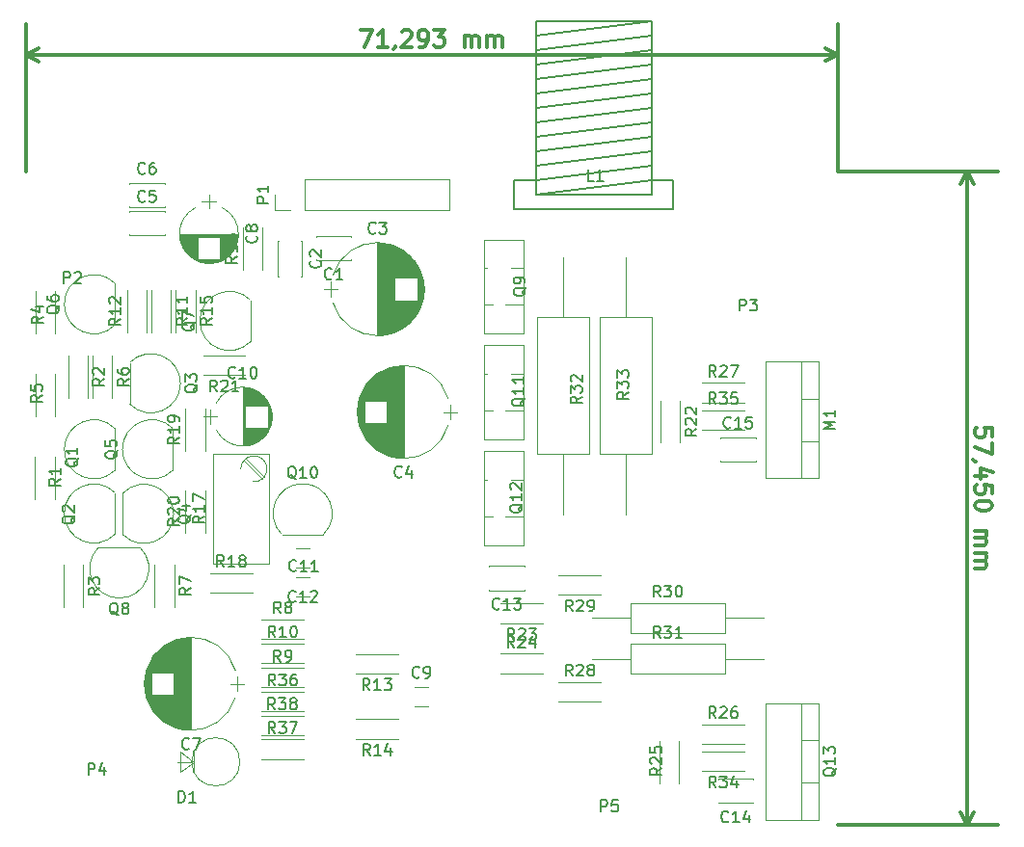
<source format=gbr>
G04 #@! TF.FileFunction,Legend,Top*
%FSLAX46Y46*%
G04 Gerber Fmt 4.6, Leading zero omitted, Abs format (unit mm)*
G04 Created by KiCad (PCBNEW 4.0.4-stable) date 09/28/17 23:31:09*
%MOMM*%
%LPD*%
G01*
G04 APERTURE LIST*
%ADD10C,0.100000*%
%ADD11C,0.300000*%
%ADD12C,0.120000*%
%ADD13C,0.150000*%
G04 APERTURE END LIST*
D10*
D11*
X29508259Y70027935D02*
X30508259Y70028148D01*
X29865722Y68528011D01*
X31865721Y68528438D02*
X31008578Y68528255D01*
X31437150Y68528346D02*
X31436830Y70028346D01*
X31294019Y69814030D01*
X31151191Y69671142D01*
X31008349Y69599683D01*
X32579991Y68600018D02*
X32580006Y68528590D01*
X32508608Y68385717D01*
X32437195Y68314274D01*
X33151145Y69885854D02*
X33222559Y69957298D01*
X33365401Y70028758D01*
X33722544Y70028834D01*
X33865416Y69957435D01*
X33936860Y69886022D01*
X34008319Y69743180D01*
X34008349Y69600323D01*
X33936967Y69386022D01*
X33080007Y68528697D01*
X34008578Y68528895D01*
X34722863Y68529047D02*
X35008578Y68529108D01*
X35151420Y68600567D01*
X35222832Y68672011D01*
X35365645Y68886327D01*
X35437012Y69172057D01*
X35436890Y69743485D01*
X35365431Y69886327D01*
X35293987Y69957740D01*
X35151115Y70029139D01*
X34865401Y70029078D01*
X34722558Y69957618D01*
X34651145Y69886174D01*
X34579747Y69743302D01*
X34579823Y69386159D01*
X34651282Y69243317D01*
X34722726Y69171904D01*
X34865599Y69100506D01*
X35151313Y69100567D01*
X35294155Y69172026D01*
X35365568Y69243470D01*
X35436966Y69386342D01*
X35936829Y70029306D02*
X36865400Y70029505D01*
X36365522Y69457969D01*
X36579808Y69458015D01*
X36722680Y69386616D01*
X36794124Y69315203D01*
X36865583Y69172362D01*
X36865659Y68815219D01*
X36794261Y68672346D01*
X36722848Y68600902D01*
X36580006Y68529444D01*
X36151434Y68529352D01*
X36008562Y68600750D01*
X35937118Y68672163D01*
X38651434Y68529886D02*
X38651220Y69529886D01*
X38651251Y69387028D02*
X38722664Y69458472D01*
X38865506Y69529931D01*
X39079791Y69529977D01*
X39222664Y69458579D01*
X39294123Y69315737D01*
X39294291Y68530023D01*
X39294123Y69315737D02*
X39365522Y69458609D01*
X39508363Y69530069D01*
X39722648Y69530114D01*
X39865522Y69458716D01*
X39936980Y69315874D01*
X39937148Y68530160D01*
X40651434Y68530312D02*
X40651220Y69530312D01*
X40651251Y69387454D02*
X40722664Y69458899D01*
X40865506Y69530358D01*
X41079791Y69530404D01*
X41222664Y69459005D01*
X41294123Y69316164D01*
X41294291Y68530450D01*
X41294123Y69316164D02*
X41365522Y69459036D01*
X41508363Y69530495D01*
X41722648Y69530541D01*
X41865522Y69459143D01*
X41936980Y69316301D01*
X41937148Y68530587D01*
X71441057Y67865453D02*
X147813Y67850240D01*
X71443244Y57615213D02*
X71440481Y70565453D01*
X150000Y57600000D02*
X147237Y70550240D01*
X147813Y67850240D02*
X1274192Y68436901D01*
X147813Y67850240D02*
X1274442Y67264060D01*
X71441057Y67865453D02*
X70314428Y68451633D01*
X71441057Y67865453D02*
X70314678Y67278792D01*
X84972412Y34303570D02*
X84972412Y35017856D01*
X84258126Y35089285D01*
X84329554Y35017856D01*
X84400983Y34874999D01*
X84400983Y34517856D01*
X84329554Y34374999D01*
X84258126Y34303570D01*
X84115269Y34232142D01*
X83758126Y34232142D01*
X83615269Y34303570D01*
X83543840Y34374999D01*
X83472412Y34517856D01*
X83472412Y34874999D01*
X83543840Y35017856D01*
X83615269Y35089285D01*
X84972412Y33732142D02*
X84972412Y32732142D01*
X83472412Y33374999D01*
X83543840Y32089286D02*
X83472412Y32089286D01*
X83329554Y32160714D01*
X83258126Y32232143D01*
X84472412Y30803571D02*
X83472412Y30803571D01*
X85043840Y31160714D02*
X83972412Y31517857D01*
X83972412Y30589285D01*
X84972412Y29303571D02*
X84972412Y30017857D01*
X84258126Y30089286D01*
X84329554Y30017857D01*
X84400983Y29875000D01*
X84400983Y29517857D01*
X84329554Y29375000D01*
X84258126Y29303571D01*
X84115269Y29232143D01*
X83758126Y29232143D01*
X83615269Y29303571D01*
X83543840Y29375000D01*
X83472412Y29517857D01*
X83472412Y29875000D01*
X83543840Y30017857D01*
X83615269Y30089286D01*
X84972412Y28303572D02*
X84972412Y28160715D01*
X84900983Y28017858D01*
X84829554Y27946429D01*
X84686697Y27875000D01*
X84400983Y27803572D01*
X84043840Y27803572D01*
X83758126Y27875000D01*
X83615269Y27946429D01*
X83543840Y28017858D01*
X83472412Y28160715D01*
X83472412Y28303572D01*
X83543840Y28446429D01*
X83615269Y28517858D01*
X83758126Y28589286D01*
X84043840Y28660715D01*
X84400983Y28660715D01*
X84686697Y28589286D01*
X84829554Y28517858D01*
X84900983Y28446429D01*
X84972412Y28303572D01*
X83472412Y26017858D02*
X84472412Y26017858D01*
X84329554Y26017858D02*
X84400983Y25946430D01*
X84472412Y25803572D01*
X84472412Y25589287D01*
X84400983Y25446430D01*
X84258126Y25375001D01*
X83472412Y25375001D01*
X84258126Y25375001D02*
X84400983Y25303572D01*
X84472412Y25160715D01*
X84472412Y24946430D01*
X84400983Y24803572D01*
X84258126Y24732144D01*
X83472412Y24732144D01*
X83472412Y24017858D02*
X84472412Y24017858D01*
X84329554Y24017858D02*
X84400983Y23946430D01*
X84472412Y23803572D01*
X84472412Y23589287D01*
X84400983Y23446430D01*
X84258126Y23375001D01*
X83472412Y23375001D01*
X84258126Y23375001D02*
X84400983Y23303572D01*
X84472412Y23160715D01*
X84472412Y22946430D01*
X84400983Y22803572D01*
X84258126Y22732144D01*
X83472412Y22732144D01*
X82800983Y57600000D02*
X82800983Y150000D01*
X71450000Y57600000D02*
X85500983Y57600000D01*
X71450000Y150000D02*
X85500983Y150000D01*
X82800983Y150000D02*
X82214562Y1276504D01*
X82800983Y150000D02*
X83387404Y1276504D01*
X82800983Y57600000D02*
X82214562Y56473496D01*
X82800983Y57600000D02*
X83387404Y56473496D01*
D12*
X29383149Y35272555D02*
G75*
G03X37216082Y35270000I3916851J1177445D01*
G01*
X29383149Y37627445D02*
G75*
G02X37216082Y37630000I3916851J-1177445D01*
G01*
X29383149Y37627445D02*
G75*
G03X29383918Y35270000I3916851J-1177445D01*
G01*
X33300000Y32400000D02*
X33300000Y40500000D01*
X33260000Y32400000D02*
X33260000Y40500000D01*
X33220000Y32400000D02*
X33220000Y40500000D01*
X33180000Y32401000D02*
X33180000Y40499000D01*
X33140000Y32403000D02*
X33140000Y40497000D01*
X33100000Y32404000D02*
X33100000Y40496000D01*
X33060000Y32407000D02*
X33060000Y40493000D01*
X33020000Y32409000D02*
X33020000Y40491000D01*
X32980000Y32412000D02*
X32980000Y40488000D01*
X32940000Y32415000D02*
X32940000Y40485000D01*
X32900000Y32419000D02*
X32900000Y40481000D01*
X32860000Y32423000D02*
X32860000Y40477000D01*
X32820000Y32428000D02*
X32820000Y40472000D01*
X32780000Y32433000D02*
X32780000Y40467000D01*
X32740000Y32438000D02*
X32740000Y40462000D01*
X32700000Y32444000D02*
X32700000Y40456000D01*
X32660000Y32450000D02*
X32660000Y40450000D01*
X32620000Y32456000D02*
X32620000Y40444000D01*
X32579000Y32463000D02*
X32579000Y40437000D01*
X32539000Y32471000D02*
X32539000Y40429000D01*
X32499000Y32479000D02*
X32499000Y40421000D01*
X32459000Y32487000D02*
X32459000Y40413000D01*
X32419000Y32495000D02*
X32419000Y40405000D01*
X32379000Y32504000D02*
X32379000Y40396000D01*
X32339000Y32514000D02*
X32339000Y40386000D01*
X32299000Y32524000D02*
X32299000Y40376000D01*
X32259000Y32534000D02*
X32259000Y40366000D01*
X32219000Y32545000D02*
X32219000Y40355000D01*
X32179000Y32556000D02*
X32179000Y40344000D01*
X32139000Y32567000D02*
X32139000Y40333000D01*
X32099000Y32580000D02*
X32099000Y40320000D01*
X32059000Y32592000D02*
X32059000Y40308000D01*
X32019000Y32605000D02*
X32019000Y40295000D01*
X31979000Y32618000D02*
X31979000Y40282000D01*
X31939000Y32632000D02*
X31939000Y40268000D01*
X31899000Y32647000D02*
X31899000Y40253000D01*
X31859000Y32661000D02*
X31859000Y40239000D01*
X31819000Y32677000D02*
X31819000Y40223000D01*
X31779000Y32692000D02*
X31779000Y35470000D01*
X31779000Y37430000D02*
X31779000Y40208000D01*
X31739000Y32709000D02*
X31739000Y35470000D01*
X31739000Y37430000D02*
X31739000Y40191000D01*
X31699000Y32725000D02*
X31699000Y35470000D01*
X31699000Y37430000D02*
X31699000Y40175000D01*
X31659000Y32743000D02*
X31659000Y35470000D01*
X31659000Y37430000D02*
X31659000Y40157000D01*
X31619000Y32760000D02*
X31619000Y35470000D01*
X31619000Y37430000D02*
X31619000Y40140000D01*
X31579000Y32779000D02*
X31579000Y35470000D01*
X31579000Y37430000D02*
X31579000Y40121000D01*
X31539000Y32798000D02*
X31539000Y35470000D01*
X31539000Y37430000D02*
X31539000Y40102000D01*
X31499000Y32817000D02*
X31499000Y35470000D01*
X31499000Y37430000D02*
X31499000Y40083000D01*
X31459000Y32837000D02*
X31459000Y35470000D01*
X31459000Y37430000D02*
X31459000Y40063000D01*
X31419000Y32857000D02*
X31419000Y35470000D01*
X31419000Y37430000D02*
X31419000Y40043000D01*
X31379000Y32878000D02*
X31379000Y35470000D01*
X31379000Y37430000D02*
X31379000Y40022000D01*
X31339000Y32900000D02*
X31339000Y35470000D01*
X31339000Y37430000D02*
X31339000Y40000000D01*
X31299000Y32922000D02*
X31299000Y35470000D01*
X31299000Y37430000D02*
X31299000Y39978000D01*
X31259000Y32945000D02*
X31259000Y35470000D01*
X31259000Y37430000D02*
X31259000Y39955000D01*
X31219000Y32968000D02*
X31219000Y35470000D01*
X31219000Y37430000D02*
X31219000Y39932000D01*
X31179000Y32992000D02*
X31179000Y35470000D01*
X31179000Y37430000D02*
X31179000Y39908000D01*
X31139000Y33016000D02*
X31139000Y35470000D01*
X31139000Y37430000D02*
X31139000Y39884000D01*
X31099000Y33042000D02*
X31099000Y35470000D01*
X31099000Y37430000D02*
X31099000Y39858000D01*
X31059000Y33067000D02*
X31059000Y35470000D01*
X31059000Y37430000D02*
X31059000Y39833000D01*
X31019000Y33094000D02*
X31019000Y35470000D01*
X31019000Y37430000D02*
X31019000Y39806000D01*
X30979000Y33121000D02*
X30979000Y35470000D01*
X30979000Y37430000D02*
X30979000Y39779000D01*
X30939000Y33149000D02*
X30939000Y35470000D01*
X30939000Y37430000D02*
X30939000Y39751000D01*
X30899000Y33178000D02*
X30899000Y35470000D01*
X30899000Y37430000D02*
X30899000Y39722000D01*
X30859000Y33207000D02*
X30859000Y35470000D01*
X30859000Y37430000D02*
X30859000Y39693000D01*
X30819000Y33237000D02*
X30819000Y35470000D01*
X30819000Y37430000D02*
X30819000Y39663000D01*
X30779000Y33268000D02*
X30779000Y35470000D01*
X30779000Y37430000D02*
X30779000Y39632000D01*
X30739000Y33300000D02*
X30739000Y35470000D01*
X30739000Y37430000D02*
X30739000Y39600000D01*
X30699000Y33332000D02*
X30699000Y35470000D01*
X30699000Y37430000D02*
X30699000Y39568000D01*
X30659000Y33366000D02*
X30659000Y35470000D01*
X30659000Y37430000D02*
X30659000Y39534000D01*
X30619000Y33400000D02*
X30619000Y35470000D01*
X30619000Y37430000D02*
X30619000Y39500000D01*
X30579000Y33435000D02*
X30579000Y35470000D01*
X30579000Y37430000D02*
X30579000Y39465000D01*
X30539000Y33471000D02*
X30539000Y35470000D01*
X30539000Y37430000D02*
X30539000Y39429000D01*
X30499000Y33508000D02*
X30499000Y35470000D01*
X30499000Y37430000D02*
X30499000Y39392000D01*
X30459000Y33546000D02*
X30459000Y35470000D01*
X30459000Y37430000D02*
X30459000Y39354000D01*
X30419000Y33585000D02*
X30419000Y35470000D01*
X30419000Y37430000D02*
X30419000Y39315000D01*
X30379000Y33626000D02*
X30379000Y35470000D01*
X30379000Y37430000D02*
X30379000Y39274000D01*
X30339000Y33667000D02*
X30339000Y35470000D01*
X30339000Y37430000D02*
X30339000Y39233000D01*
X30299000Y33710000D02*
X30299000Y35470000D01*
X30299000Y37430000D02*
X30299000Y39190000D01*
X30259000Y33753000D02*
X30259000Y35470000D01*
X30259000Y37430000D02*
X30259000Y39147000D01*
X30219000Y33798000D02*
X30219000Y35470000D01*
X30219000Y37430000D02*
X30219000Y39102000D01*
X30179000Y33845000D02*
X30179000Y35470000D01*
X30179000Y37430000D02*
X30179000Y39055000D01*
X30139000Y33893000D02*
X30139000Y35470000D01*
X30139000Y37430000D02*
X30139000Y39007000D01*
X30099000Y33942000D02*
X30099000Y35470000D01*
X30099000Y37430000D02*
X30099000Y38958000D01*
X30059000Y33993000D02*
X30059000Y35470000D01*
X30059000Y37430000D02*
X30059000Y38907000D01*
X30019000Y34046000D02*
X30019000Y35470000D01*
X30019000Y37430000D02*
X30019000Y38854000D01*
X29979000Y34101000D02*
X29979000Y35470000D01*
X29979000Y37430000D02*
X29979000Y38799000D01*
X29939000Y34157000D02*
X29939000Y35470000D01*
X29939000Y37430000D02*
X29939000Y38743000D01*
X29899000Y34216000D02*
X29899000Y35470000D01*
X29899000Y37430000D02*
X29899000Y38684000D01*
X29859000Y34277000D02*
X29859000Y35470000D01*
X29859000Y37430000D02*
X29859000Y38623000D01*
X29819000Y34341000D02*
X29819000Y38559000D01*
X29779000Y34407000D02*
X29779000Y38493000D01*
X29739000Y34476000D02*
X29739000Y38424000D01*
X29699000Y34548000D02*
X29699000Y38352000D01*
X29659000Y34624000D02*
X29659000Y38276000D01*
X29619000Y34705000D02*
X29619000Y38195000D01*
X29579000Y34790000D02*
X29579000Y38110000D01*
X29539000Y34880000D02*
X29539000Y38020000D01*
X29499000Y34977000D02*
X29499000Y37923000D01*
X29459000Y35081000D02*
X29459000Y37819000D01*
X29419000Y35196000D02*
X29419000Y37704000D01*
X29379000Y35323000D02*
X29379000Y37577000D01*
X29339000Y35467000D02*
X29339000Y37433000D01*
X29299000Y35636000D02*
X29299000Y37264000D01*
X29259000Y35852000D02*
X29259000Y37048000D01*
X29219000Y36204000D02*
X29219000Y36696000D01*
X38000000Y36450000D02*
X36800000Y36450000D01*
X37400000Y35800000D02*
X37400000Y37100000D01*
X28710000Y49790000D02*
X25590000Y49790000D01*
X28710000Y51910000D02*
X25590000Y51910000D01*
X28710000Y49790000D02*
X28710000Y49854000D01*
X28710000Y51846000D02*
X28710000Y51910000D01*
X25590000Y49790000D02*
X25590000Y49854000D01*
X25590000Y51846000D02*
X25590000Y51910000D01*
X24360000Y51460000D02*
X24360000Y48340000D01*
X22240000Y51460000D02*
X22240000Y48340000D01*
X24360000Y51460000D02*
X24296000Y51460000D01*
X22304000Y51460000D02*
X22240000Y51460000D01*
X24360000Y48340000D02*
X24296000Y48340000D01*
X22304000Y48340000D02*
X22240000Y48340000D01*
X34916851Y48427445D02*
G75*
G03X27083918Y48430000I-3916851J-1177445D01*
G01*
X34916851Y46072555D02*
G75*
G02X27083918Y46070000I-3916851J1177445D01*
G01*
X34916851Y46072555D02*
G75*
G03X34916082Y48430000I-3916851J1177445D01*
G01*
X31000000Y51300000D02*
X31000000Y43200000D01*
X31040000Y51300000D02*
X31040000Y43200000D01*
X31080000Y51300000D02*
X31080000Y43200000D01*
X31120000Y51299000D02*
X31120000Y43201000D01*
X31160000Y51297000D02*
X31160000Y43203000D01*
X31200000Y51296000D02*
X31200000Y43204000D01*
X31240000Y51293000D02*
X31240000Y43207000D01*
X31280000Y51291000D02*
X31280000Y43209000D01*
X31320000Y51288000D02*
X31320000Y43212000D01*
X31360000Y51285000D02*
X31360000Y43215000D01*
X31400000Y51281000D02*
X31400000Y43219000D01*
X31440000Y51277000D02*
X31440000Y43223000D01*
X31480000Y51272000D02*
X31480000Y43228000D01*
X31520000Y51267000D02*
X31520000Y43233000D01*
X31560000Y51262000D02*
X31560000Y43238000D01*
X31600000Y51256000D02*
X31600000Y43244000D01*
X31640000Y51250000D02*
X31640000Y43250000D01*
X31680000Y51244000D02*
X31680000Y43256000D01*
X31721000Y51237000D02*
X31721000Y43263000D01*
X31761000Y51229000D02*
X31761000Y43271000D01*
X31801000Y51221000D02*
X31801000Y43279000D01*
X31841000Y51213000D02*
X31841000Y43287000D01*
X31881000Y51205000D02*
X31881000Y43295000D01*
X31921000Y51196000D02*
X31921000Y43304000D01*
X31961000Y51186000D02*
X31961000Y43314000D01*
X32001000Y51176000D02*
X32001000Y43324000D01*
X32041000Y51166000D02*
X32041000Y43334000D01*
X32081000Y51155000D02*
X32081000Y43345000D01*
X32121000Y51144000D02*
X32121000Y43356000D01*
X32161000Y51133000D02*
X32161000Y43367000D01*
X32201000Y51120000D02*
X32201000Y43380000D01*
X32241000Y51108000D02*
X32241000Y43392000D01*
X32281000Y51095000D02*
X32281000Y43405000D01*
X32321000Y51082000D02*
X32321000Y43418000D01*
X32361000Y51068000D02*
X32361000Y43432000D01*
X32401000Y51053000D02*
X32401000Y43447000D01*
X32441000Y51039000D02*
X32441000Y43461000D01*
X32481000Y51023000D02*
X32481000Y43477000D01*
X32521000Y51008000D02*
X32521000Y48230000D01*
X32521000Y46270000D02*
X32521000Y43492000D01*
X32561000Y50991000D02*
X32561000Y48230000D01*
X32561000Y46270000D02*
X32561000Y43509000D01*
X32601000Y50975000D02*
X32601000Y48230000D01*
X32601000Y46270000D02*
X32601000Y43525000D01*
X32641000Y50957000D02*
X32641000Y48230000D01*
X32641000Y46270000D02*
X32641000Y43543000D01*
X32681000Y50940000D02*
X32681000Y48230000D01*
X32681000Y46270000D02*
X32681000Y43560000D01*
X32721000Y50921000D02*
X32721000Y48230000D01*
X32721000Y46270000D02*
X32721000Y43579000D01*
X32761000Y50902000D02*
X32761000Y48230000D01*
X32761000Y46270000D02*
X32761000Y43598000D01*
X32801000Y50883000D02*
X32801000Y48230000D01*
X32801000Y46270000D02*
X32801000Y43617000D01*
X32841000Y50863000D02*
X32841000Y48230000D01*
X32841000Y46270000D02*
X32841000Y43637000D01*
X32881000Y50843000D02*
X32881000Y48230000D01*
X32881000Y46270000D02*
X32881000Y43657000D01*
X32921000Y50822000D02*
X32921000Y48230000D01*
X32921000Y46270000D02*
X32921000Y43678000D01*
X32961000Y50800000D02*
X32961000Y48230000D01*
X32961000Y46270000D02*
X32961000Y43700000D01*
X33001000Y50778000D02*
X33001000Y48230000D01*
X33001000Y46270000D02*
X33001000Y43722000D01*
X33041000Y50755000D02*
X33041000Y48230000D01*
X33041000Y46270000D02*
X33041000Y43745000D01*
X33081000Y50732000D02*
X33081000Y48230000D01*
X33081000Y46270000D02*
X33081000Y43768000D01*
X33121000Y50708000D02*
X33121000Y48230000D01*
X33121000Y46270000D02*
X33121000Y43792000D01*
X33161000Y50684000D02*
X33161000Y48230000D01*
X33161000Y46270000D02*
X33161000Y43816000D01*
X33201000Y50658000D02*
X33201000Y48230000D01*
X33201000Y46270000D02*
X33201000Y43842000D01*
X33241000Y50633000D02*
X33241000Y48230000D01*
X33241000Y46270000D02*
X33241000Y43867000D01*
X33281000Y50606000D02*
X33281000Y48230000D01*
X33281000Y46270000D02*
X33281000Y43894000D01*
X33321000Y50579000D02*
X33321000Y48230000D01*
X33321000Y46270000D02*
X33321000Y43921000D01*
X33361000Y50551000D02*
X33361000Y48230000D01*
X33361000Y46270000D02*
X33361000Y43949000D01*
X33401000Y50522000D02*
X33401000Y48230000D01*
X33401000Y46270000D02*
X33401000Y43978000D01*
X33441000Y50493000D02*
X33441000Y48230000D01*
X33441000Y46270000D02*
X33441000Y44007000D01*
X33481000Y50463000D02*
X33481000Y48230000D01*
X33481000Y46270000D02*
X33481000Y44037000D01*
X33521000Y50432000D02*
X33521000Y48230000D01*
X33521000Y46270000D02*
X33521000Y44068000D01*
X33561000Y50400000D02*
X33561000Y48230000D01*
X33561000Y46270000D02*
X33561000Y44100000D01*
X33601000Y50368000D02*
X33601000Y48230000D01*
X33601000Y46270000D02*
X33601000Y44132000D01*
X33641000Y50334000D02*
X33641000Y48230000D01*
X33641000Y46270000D02*
X33641000Y44166000D01*
X33681000Y50300000D02*
X33681000Y48230000D01*
X33681000Y46270000D02*
X33681000Y44200000D01*
X33721000Y50265000D02*
X33721000Y48230000D01*
X33721000Y46270000D02*
X33721000Y44235000D01*
X33761000Y50229000D02*
X33761000Y48230000D01*
X33761000Y46270000D02*
X33761000Y44271000D01*
X33801000Y50192000D02*
X33801000Y48230000D01*
X33801000Y46270000D02*
X33801000Y44308000D01*
X33841000Y50154000D02*
X33841000Y48230000D01*
X33841000Y46270000D02*
X33841000Y44346000D01*
X33881000Y50115000D02*
X33881000Y48230000D01*
X33881000Y46270000D02*
X33881000Y44385000D01*
X33921000Y50074000D02*
X33921000Y48230000D01*
X33921000Y46270000D02*
X33921000Y44426000D01*
X33961000Y50033000D02*
X33961000Y48230000D01*
X33961000Y46270000D02*
X33961000Y44467000D01*
X34001000Y49990000D02*
X34001000Y48230000D01*
X34001000Y46270000D02*
X34001000Y44510000D01*
X34041000Y49947000D02*
X34041000Y48230000D01*
X34041000Y46270000D02*
X34041000Y44553000D01*
X34081000Y49902000D02*
X34081000Y48230000D01*
X34081000Y46270000D02*
X34081000Y44598000D01*
X34121000Y49855000D02*
X34121000Y48230000D01*
X34121000Y46270000D02*
X34121000Y44645000D01*
X34161000Y49807000D02*
X34161000Y48230000D01*
X34161000Y46270000D02*
X34161000Y44693000D01*
X34201000Y49758000D02*
X34201000Y48230000D01*
X34201000Y46270000D02*
X34201000Y44742000D01*
X34241000Y49707000D02*
X34241000Y48230000D01*
X34241000Y46270000D02*
X34241000Y44793000D01*
X34281000Y49654000D02*
X34281000Y48230000D01*
X34281000Y46270000D02*
X34281000Y44846000D01*
X34321000Y49599000D02*
X34321000Y48230000D01*
X34321000Y46270000D02*
X34321000Y44901000D01*
X34361000Y49543000D02*
X34361000Y48230000D01*
X34361000Y46270000D02*
X34361000Y44957000D01*
X34401000Y49484000D02*
X34401000Y48230000D01*
X34401000Y46270000D02*
X34401000Y45016000D01*
X34441000Y49423000D02*
X34441000Y48230000D01*
X34441000Y46270000D02*
X34441000Y45077000D01*
X34481000Y49359000D02*
X34481000Y45141000D01*
X34521000Y49293000D02*
X34521000Y45207000D01*
X34561000Y49224000D02*
X34561000Y45276000D01*
X34601000Y49152000D02*
X34601000Y45348000D01*
X34641000Y49076000D02*
X34641000Y45424000D01*
X34681000Y48995000D02*
X34681000Y45505000D01*
X34721000Y48910000D02*
X34721000Y45590000D01*
X34761000Y48820000D02*
X34761000Y45680000D01*
X34801000Y48723000D02*
X34801000Y45777000D01*
X34841000Y48619000D02*
X34841000Y45881000D01*
X34881000Y48504000D02*
X34881000Y45996000D01*
X34921000Y48377000D02*
X34921000Y46123000D01*
X34961000Y48233000D02*
X34961000Y46267000D01*
X35001000Y48064000D02*
X35001000Y46436000D01*
X35041000Y47848000D02*
X35041000Y46652000D01*
X35081000Y47496000D02*
X35081000Y47004000D01*
X26300000Y47250000D02*
X27500000Y47250000D01*
X26900000Y47900000D02*
X26900000Y46600000D01*
X9190000Y54110000D02*
X12310000Y54110000D01*
X9190000Y51990000D02*
X12310000Y51990000D01*
X9190000Y54110000D02*
X9190000Y54046000D01*
X9190000Y52054000D02*
X9190000Y51990000D01*
X12310000Y54110000D02*
X12310000Y54046000D01*
X12310000Y52054000D02*
X12310000Y51990000D01*
X9190000Y56560000D02*
X12310000Y56560000D01*
X9190000Y54440000D02*
X12310000Y54440000D01*
X9190000Y56560000D02*
X9190000Y56496000D01*
X9190000Y54504000D02*
X9190000Y54440000D01*
X12310000Y56560000D02*
X12310000Y56496000D01*
X12310000Y54504000D02*
X12310000Y54440000D01*
X10687802Y11388486D02*
G75*
G03X18520735Y11385931I3916851J1177445D01*
G01*
X10687802Y13743376D02*
G75*
G02X18520735Y13745931I3916851J-1177445D01*
G01*
X10687802Y13743376D02*
G75*
G03X10688571Y11385931I3916851J-1177445D01*
G01*
X14604653Y8515931D02*
X14604653Y16615931D01*
X14564653Y8515931D02*
X14564653Y16615931D01*
X14524653Y8515931D02*
X14524653Y16615931D01*
X14484653Y8516931D02*
X14484653Y16614931D01*
X14444653Y8518931D02*
X14444653Y16612931D01*
X14404653Y8519931D02*
X14404653Y16611931D01*
X14364653Y8522931D02*
X14364653Y16608931D01*
X14324653Y8524931D02*
X14324653Y16606931D01*
X14284653Y8527931D02*
X14284653Y16603931D01*
X14244653Y8530931D02*
X14244653Y16600931D01*
X14204653Y8534931D02*
X14204653Y16596931D01*
X14164653Y8538931D02*
X14164653Y16592931D01*
X14124653Y8543931D02*
X14124653Y16587931D01*
X14084653Y8548931D02*
X14084653Y16582931D01*
X14044653Y8553931D02*
X14044653Y16577931D01*
X14004653Y8559931D02*
X14004653Y16571931D01*
X13964653Y8565931D02*
X13964653Y16565931D01*
X13924653Y8571931D02*
X13924653Y16559931D01*
X13883653Y8578931D02*
X13883653Y16552931D01*
X13843653Y8586931D02*
X13843653Y16544931D01*
X13803653Y8594931D02*
X13803653Y16536931D01*
X13763653Y8602931D02*
X13763653Y16528931D01*
X13723653Y8610931D02*
X13723653Y16520931D01*
X13683653Y8619931D02*
X13683653Y16511931D01*
X13643653Y8629931D02*
X13643653Y16501931D01*
X13603653Y8639931D02*
X13603653Y16491931D01*
X13563653Y8649931D02*
X13563653Y16481931D01*
X13523653Y8660931D02*
X13523653Y16470931D01*
X13483653Y8671931D02*
X13483653Y16459931D01*
X13443653Y8682931D02*
X13443653Y16448931D01*
X13403653Y8695931D02*
X13403653Y16435931D01*
X13363653Y8707931D02*
X13363653Y16423931D01*
X13323653Y8720931D02*
X13323653Y16410931D01*
X13283653Y8733931D02*
X13283653Y16397931D01*
X13243653Y8747931D02*
X13243653Y16383931D01*
X13203653Y8762931D02*
X13203653Y16368931D01*
X13163653Y8776931D02*
X13163653Y16354931D01*
X13123653Y8792931D02*
X13123653Y16338931D01*
X13083653Y8807931D02*
X13083653Y11585931D01*
X13083653Y13545931D02*
X13083653Y16323931D01*
X13043653Y8824931D02*
X13043653Y11585931D01*
X13043653Y13545931D02*
X13043653Y16306931D01*
X13003653Y8840931D02*
X13003653Y11585931D01*
X13003653Y13545931D02*
X13003653Y16290931D01*
X12963653Y8858931D02*
X12963653Y11585931D01*
X12963653Y13545931D02*
X12963653Y16272931D01*
X12923653Y8875931D02*
X12923653Y11585931D01*
X12923653Y13545931D02*
X12923653Y16255931D01*
X12883653Y8894931D02*
X12883653Y11585931D01*
X12883653Y13545931D02*
X12883653Y16236931D01*
X12843653Y8913931D02*
X12843653Y11585931D01*
X12843653Y13545931D02*
X12843653Y16217931D01*
X12803653Y8932931D02*
X12803653Y11585931D01*
X12803653Y13545931D02*
X12803653Y16198931D01*
X12763653Y8952931D02*
X12763653Y11585931D01*
X12763653Y13545931D02*
X12763653Y16178931D01*
X12723653Y8972931D02*
X12723653Y11585931D01*
X12723653Y13545931D02*
X12723653Y16158931D01*
X12683653Y8993931D02*
X12683653Y11585931D01*
X12683653Y13545931D02*
X12683653Y16137931D01*
X12643653Y9015931D02*
X12643653Y11585931D01*
X12643653Y13545931D02*
X12643653Y16115931D01*
X12603653Y9037931D02*
X12603653Y11585931D01*
X12603653Y13545931D02*
X12603653Y16093931D01*
X12563653Y9060931D02*
X12563653Y11585931D01*
X12563653Y13545931D02*
X12563653Y16070931D01*
X12523653Y9083931D02*
X12523653Y11585931D01*
X12523653Y13545931D02*
X12523653Y16047931D01*
X12483653Y9107931D02*
X12483653Y11585931D01*
X12483653Y13545931D02*
X12483653Y16023931D01*
X12443653Y9131931D02*
X12443653Y11585931D01*
X12443653Y13545931D02*
X12443653Y15999931D01*
X12403653Y9157931D02*
X12403653Y11585931D01*
X12403653Y13545931D02*
X12403653Y15973931D01*
X12363653Y9182931D02*
X12363653Y11585931D01*
X12363653Y13545931D02*
X12363653Y15948931D01*
X12323653Y9209931D02*
X12323653Y11585931D01*
X12323653Y13545931D02*
X12323653Y15921931D01*
X12283653Y9236931D02*
X12283653Y11585931D01*
X12283653Y13545931D02*
X12283653Y15894931D01*
X12243653Y9264931D02*
X12243653Y11585931D01*
X12243653Y13545931D02*
X12243653Y15866931D01*
X12203653Y9293931D02*
X12203653Y11585931D01*
X12203653Y13545931D02*
X12203653Y15837931D01*
X12163653Y9322931D02*
X12163653Y11585931D01*
X12163653Y13545931D02*
X12163653Y15808931D01*
X12123653Y9352931D02*
X12123653Y11585931D01*
X12123653Y13545931D02*
X12123653Y15778931D01*
X12083653Y9383931D02*
X12083653Y11585931D01*
X12083653Y13545931D02*
X12083653Y15747931D01*
X12043653Y9415931D02*
X12043653Y11585931D01*
X12043653Y13545931D02*
X12043653Y15715931D01*
X12003653Y9447931D02*
X12003653Y11585931D01*
X12003653Y13545931D02*
X12003653Y15683931D01*
X11963653Y9481931D02*
X11963653Y11585931D01*
X11963653Y13545931D02*
X11963653Y15649931D01*
X11923653Y9515931D02*
X11923653Y11585931D01*
X11923653Y13545931D02*
X11923653Y15615931D01*
X11883653Y9550931D02*
X11883653Y11585931D01*
X11883653Y13545931D02*
X11883653Y15580931D01*
X11843653Y9586931D02*
X11843653Y11585931D01*
X11843653Y13545931D02*
X11843653Y15544931D01*
X11803653Y9623931D02*
X11803653Y11585931D01*
X11803653Y13545931D02*
X11803653Y15507931D01*
X11763653Y9661931D02*
X11763653Y11585931D01*
X11763653Y13545931D02*
X11763653Y15469931D01*
X11723653Y9700931D02*
X11723653Y11585931D01*
X11723653Y13545931D02*
X11723653Y15430931D01*
X11683653Y9741931D02*
X11683653Y11585931D01*
X11683653Y13545931D02*
X11683653Y15389931D01*
X11643653Y9782931D02*
X11643653Y11585931D01*
X11643653Y13545931D02*
X11643653Y15348931D01*
X11603653Y9825931D02*
X11603653Y11585931D01*
X11603653Y13545931D02*
X11603653Y15305931D01*
X11563653Y9868931D02*
X11563653Y11585931D01*
X11563653Y13545931D02*
X11563653Y15262931D01*
X11523653Y9913931D02*
X11523653Y11585931D01*
X11523653Y13545931D02*
X11523653Y15217931D01*
X11483653Y9960931D02*
X11483653Y11585931D01*
X11483653Y13545931D02*
X11483653Y15170931D01*
X11443653Y10008931D02*
X11443653Y11585931D01*
X11443653Y13545931D02*
X11443653Y15122931D01*
X11403653Y10057931D02*
X11403653Y11585931D01*
X11403653Y13545931D02*
X11403653Y15073931D01*
X11363653Y10108931D02*
X11363653Y11585931D01*
X11363653Y13545931D02*
X11363653Y15022931D01*
X11323653Y10161931D02*
X11323653Y11585931D01*
X11323653Y13545931D02*
X11323653Y14969931D01*
X11283653Y10216931D02*
X11283653Y11585931D01*
X11283653Y13545931D02*
X11283653Y14914931D01*
X11243653Y10272931D02*
X11243653Y11585931D01*
X11243653Y13545931D02*
X11243653Y14858931D01*
X11203653Y10331931D02*
X11203653Y11585931D01*
X11203653Y13545931D02*
X11203653Y14799931D01*
X11163653Y10392931D02*
X11163653Y11585931D01*
X11163653Y13545931D02*
X11163653Y14738931D01*
X11123653Y10456931D02*
X11123653Y14674931D01*
X11083653Y10522931D02*
X11083653Y14608931D01*
X11043653Y10591931D02*
X11043653Y14539931D01*
X11003653Y10663931D02*
X11003653Y14467931D01*
X10963653Y10739931D02*
X10963653Y14391931D01*
X10923653Y10820931D02*
X10923653Y14310931D01*
X10883653Y10905931D02*
X10883653Y14225931D01*
X10843653Y10995931D02*
X10843653Y14135931D01*
X10803653Y11092931D02*
X10803653Y14038931D01*
X10763653Y11196931D02*
X10763653Y13934931D01*
X10723653Y11311931D02*
X10723653Y13819931D01*
X10683653Y11438931D02*
X10683653Y13692931D01*
X10643653Y11582931D02*
X10643653Y13548931D01*
X10603653Y11751931D02*
X10603653Y13379931D01*
X10563653Y11967931D02*
X10563653Y13163931D01*
X10523653Y12319931D02*
X10523653Y12811931D01*
X19304653Y12565931D02*
X18104653Y12565931D01*
X18704653Y11915931D02*
X18704653Y13215931D01*
X17379723Y49794278D02*
G75*
G03X17380000Y54405580I-1179723J2305722D01*
G01*
X15020277Y49794278D02*
G75*
G02X15020000Y54405580I1179723J2305722D01*
G01*
X15020277Y49794278D02*
G75*
G03X17380000Y49794420I1179723J2305722D01*
G01*
X18750000Y52100000D02*
X13650000Y52100000D01*
X18750000Y52060000D02*
X13650000Y52060000D01*
X18749000Y52020000D02*
X13651000Y52020000D01*
X18748000Y51980000D02*
X13652000Y51980000D01*
X18746000Y51940000D02*
X13654000Y51940000D01*
X18743000Y51900000D02*
X13657000Y51900000D01*
X18739000Y51860000D02*
X13661000Y51860000D01*
X18735000Y51820000D02*
X17180000Y51820000D01*
X15220000Y51820000D02*
X13665000Y51820000D01*
X18731000Y51780000D02*
X17180000Y51780000D01*
X15220000Y51780000D02*
X13669000Y51780000D01*
X18725000Y51740000D02*
X17180000Y51740000D01*
X15220000Y51740000D02*
X13675000Y51740000D01*
X18719000Y51700000D02*
X17180000Y51700000D01*
X15220000Y51700000D02*
X13681000Y51700000D01*
X18713000Y51660000D02*
X17180000Y51660000D01*
X15220000Y51660000D02*
X13687000Y51660000D01*
X18706000Y51620000D02*
X17180000Y51620000D01*
X15220000Y51620000D02*
X13694000Y51620000D01*
X18698000Y51580000D02*
X17180000Y51580000D01*
X15220000Y51580000D02*
X13702000Y51580000D01*
X18689000Y51540000D02*
X17180000Y51540000D01*
X15220000Y51540000D02*
X13711000Y51540000D01*
X18680000Y51500000D02*
X17180000Y51500000D01*
X15220000Y51500000D02*
X13720000Y51500000D01*
X18670000Y51460000D02*
X17180000Y51460000D01*
X15220000Y51460000D02*
X13730000Y51460000D01*
X18660000Y51420000D02*
X17180000Y51420000D01*
X15220000Y51420000D02*
X13740000Y51420000D01*
X18648000Y51379000D02*
X17180000Y51379000D01*
X15220000Y51379000D02*
X13752000Y51379000D01*
X18636000Y51339000D02*
X17180000Y51339000D01*
X15220000Y51339000D02*
X13764000Y51339000D01*
X18624000Y51299000D02*
X17180000Y51299000D01*
X15220000Y51299000D02*
X13776000Y51299000D01*
X18610000Y51259000D02*
X17180000Y51259000D01*
X15220000Y51259000D02*
X13790000Y51259000D01*
X18596000Y51219000D02*
X17180000Y51219000D01*
X15220000Y51219000D02*
X13804000Y51219000D01*
X18582000Y51179000D02*
X17180000Y51179000D01*
X15220000Y51179000D02*
X13818000Y51179000D01*
X18566000Y51139000D02*
X17180000Y51139000D01*
X15220000Y51139000D02*
X13834000Y51139000D01*
X18550000Y51099000D02*
X17180000Y51099000D01*
X15220000Y51099000D02*
X13850000Y51099000D01*
X18533000Y51059000D02*
X17180000Y51059000D01*
X15220000Y51059000D02*
X13867000Y51059000D01*
X18515000Y51019000D02*
X17180000Y51019000D01*
X15220000Y51019000D02*
X13885000Y51019000D01*
X18496000Y50979000D02*
X17180000Y50979000D01*
X15220000Y50979000D02*
X13904000Y50979000D01*
X18476000Y50939000D02*
X17180000Y50939000D01*
X15220000Y50939000D02*
X13924000Y50939000D01*
X18456000Y50899000D02*
X17180000Y50899000D01*
X15220000Y50899000D02*
X13944000Y50899000D01*
X18434000Y50859000D02*
X17180000Y50859000D01*
X15220000Y50859000D02*
X13966000Y50859000D01*
X18412000Y50819000D02*
X17180000Y50819000D01*
X15220000Y50819000D02*
X13988000Y50819000D01*
X18389000Y50779000D02*
X17180000Y50779000D01*
X15220000Y50779000D02*
X14011000Y50779000D01*
X18365000Y50739000D02*
X17180000Y50739000D01*
X15220000Y50739000D02*
X14035000Y50739000D01*
X18340000Y50699000D02*
X17180000Y50699000D01*
X15220000Y50699000D02*
X14060000Y50699000D01*
X18313000Y50659000D02*
X17180000Y50659000D01*
X15220000Y50659000D02*
X14087000Y50659000D01*
X18286000Y50619000D02*
X17180000Y50619000D01*
X15220000Y50619000D02*
X14114000Y50619000D01*
X18258000Y50579000D02*
X17180000Y50579000D01*
X15220000Y50579000D02*
X14142000Y50579000D01*
X18228000Y50539000D02*
X17180000Y50539000D01*
X15220000Y50539000D02*
X14172000Y50539000D01*
X18197000Y50499000D02*
X17180000Y50499000D01*
X15220000Y50499000D02*
X14203000Y50499000D01*
X18165000Y50459000D02*
X17180000Y50459000D01*
X15220000Y50459000D02*
X14235000Y50459000D01*
X18132000Y50419000D02*
X17180000Y50419000D01*
X15220000Y50419000D02*
X14268000Y50419000D01*
X18097000Y50379000D02*
X17180000Y50379000D01*
X15220000Y50379000D02*
X14303000Y50379000D01*
X18061000Y50339000D02*
X17180000Y50339000D01*
X15220000Y50339000D02*
X14339000Y50339000D01*
X18023000Y50299000D02*
X17180000Y50299000D01*
X15220000Y50299000D02*
X14377000Y50299000D01*
X17983000Y50259000D02*
X17180000Y50259000D01*
X15220000Y50259000D02*
X14417000Y50259000D01*
X17942000Y50219000D02*
X17180000Y50219000D01*
X15220000Y50219000D02*
X14458000Y50219000D01*
X17899000Y50179000D02*
X17180000Y50179000D01*
X15220000Y50179000D02*
X14501000Y50179000D01*
X17854000Y50139000D02*
X17180000Y50139000D01*
X15220000Y50139000D02*
X14546000Y50139000D01*
X17806000Y50099000D02*
X17180000Y50099000D01*
X15220000Y50099000D02*
X14594000Y50099000D01*
X17756000Y50059000D02*
X17180000Y50059000D01*
X15220000Y50059000D02*
X14644000Y50059000D01*
X17704000Y50019000D02*
X17180000Y50019000D01*
X15220000Y50019000D02*
X14696000Y50019000D01*
X17648000Y49979000D02*
X17180000Y49979000D01*
X15220000Y49979000D02*
X14752000Y49979000D01*
X17590000Y49939000D02*
X17180000Y49939000D01*
X15220000Y49939000D02*
X14810000Y49939000D01*
X17527000Y49899000D02*
X17180000Y49899000D01*
X15220000Y49899000D02*
X14873000Y49899000D01*
X17461000Y49859000D02*
X14939000Y49859000D01*
X17389000Y49819000D02*
X15011000Y49819000D01*
X17312000Y49779000D02*
X15088000Y49779000D01*
X17228000Y49739000D02*
X15172000Y49739000D01*
X17134000Y49699000D02*
X15266000Y49699000D01*
X17029000Y49659000D02*
X15371000Y49659000D01*
X16907000Y49619000D02*
X15493000Y49619000D01*
X16759000Y49579000D02*
X15641000Y49579000D01*
X16554000Y49539000D02*
X15846000Y49539000D01*
X16200000Y55550000D02*
X16200000Y54350000D01*
X16850000Y54950000D02*
X15550000Y54950000D01*
X34263000Y12286000D02*
X35437000Y12286000D01*
X34263000Y10564000D02*
X35437000Y10564000D01*
X21455722Y37229723D02*
G75*
G03X16844420Y37230000I-2305722J-1179723D01*
G01*
X21455722Y34870277D02*
G75*
G02X16844420Y34870000I-2305722J1179723D01*
G01*
X21455722Y34870277D02*
G75*
G03X21455580Y37230000I-2305722J1179723D01*
G01*
X19150000Y38600000D02*
X19150000Y33500000D01*
X19190000Y38600000D02*
X19190000Y33500000D01*
X19230000Y38599000D02*
X19230000Y33501000D01*
X19270000Y38598000D02*
X19270000Y33502000D01*
X19310000Y38596000D02*
X19310000Y33504000D01*
X19350000Y38593000D02*
X19350000Y33507000D01*
X19390000Y38589000D02*
X19390000Y33511000D01*
X19430000Y38585000D02*
X19430000Y37030000D01*
X19430000Y35070000D02*
X19430000Y33515000D01*
X19470000Y38581000D02*
X19470000Y37030000D01*
X19470000Y35070000D02*
X19470000Y33519000D01*
X19510000Y38575000D02*
X19510000Y37030000D01*
X19510000Y35070000D02*
X19510000Y33525000D01*
X19550000Y38569000D02*
X19550000Y37030000D01*
X19550000Y35070000D02*
X19550000Y33531000D01*
X19590000Y38563000D02*
X19590000Y37030000D01*
X19590000Y35070000D02*
X19590000Y33537000D01*
X19630000Y38556000D02*
X19630000Y37030000D01*
X19630000Y35070000D02*
X19630000Y33544000D01*
X19670000Y38548000D02*
X19670000Y37030000D01*
X19670000Y35070000D02*
X19670000Y33552000D01*
X19710000Y38539000D02*
X19710000Y37030000D01*
X19710000Y35070000D02*
X19710000Y33561000D01*
X19750000Y38530000D02*
X19750000Y37030000D01*
X19750000Y35070000D02*
X19750000Y33570000D01*
X19790000Y38520000D02*
X19790000Y37030000D01*
X19790000Y35070000D02*
X19790000Y33580000D01*
X19830000Y38510000D02*
X19830000Y37030000D01*
X19830000Y35070000D02*
X19830000Y33590000D01*
X19871000Y38498000D02*
X19871000Y37030000D01*
X19871000Y35070000D02*
X19871000Y33602000D01*
X19911000Y38486000D02*
X19911000Y37030000D01*
X19911000Y35070000D02*
X19911000Y33614000D01*
X19951000Y38474000D02*
X19951000Y37030000D01*
X19951000Y35070000D02*
X19951000Y33626000D01*
X19991000Y38460000D02*
X19991000Y37030000D01*
X19991000Y35070000D02*
X19991000Y33640000D01*
X20031000Y38446000D02*
X20031000Y37030000D01*
X20031000Y35070000D02*
X20031000Y33654000D01*
X20071000Y38432000D02*
X20071000Y37030000D01*
X20071000Y35070000D02*
X20071000Y33668000D01*
X20111000Y38416000D02*
X20111000Y37030000D01*
X20111000Y35070000D02*
X20111000Y33684000D01*
X20151000Y38400000D02*
X20151000Y37030000D01*
X20151000Y35070000D02*
X20151000Y33700000D01*
X20191000Y38383000D02*
X20191000Y37030000D01*
X20191000Y35070000D02*
X20191000Y33717000D01*
X20231000Y38365000D02*
X20231000Y37030000D01*
X20231000Y35070000D02*
X20231000Y33735000D01*
X20271000Y38346000D02*
X20271000Y37030000D01*
X20271000Y35070000D02*
X20271000Y33754000D01*
X20311000Y38326000D02*
X20311000Y37030000D01*
X20311000Y35070000D02*
X20311000Y33774000D01*
X20351000Y38306000D02*
X20351000Y37030000D01*
X20351000Y35070000D02*
X20351000Y33794000D01*
X20391000Y38284000D02*
X20391000Y37030000D01*
X20391000Y35070000D02*
X20391000Y33816000D01*
X20431000Y38262000D02*
X20431000Y37030000D01*
X20431000Y35070000D02*
X20431000Y33838000D01*
X20471000Y38239000D02*
X20471000Y37030000D01*
X20471000Y35070000D02*
X20471000Y33861000D01*
X20511000Y38215000D02*
X20511000Y37030000D01*
X20511000Y35070000D02*
X20511000Y33885000D01*
X20551000Y38190000D02*
X20551000Y37030000D01*
X20551000Y35070000D02*
X20551000Y33910000D01*
X20591000Y38163000D02*
X20591000Y37030000D01*
X20591000Y35070000D02*
X20591000Y33937000D01*
X20631000Y38136000D02*
X20631000Y37030000D01*
X20631000Y35070000D02*
X20631000Y33964000D01*
X20671000Y38108000D02*
X20671000Y37030000D01*
X20671000Y35070000D02*
X20671000Y33992000D01*
X20711000Y38078000D02*
X20711000Y37030000D01*
X20711000Y35070000D02*
X20711000Y34022000D01*
X20751000Y38047000D02*
X20751000Y37030000D01*
X20751000Y35070000D02*
X20751000Y34053000D01*
X20791000Y38015000D02*
X20791000Y37030000D01*
X20791000Y35070000D02*
X20791000Y34085000D01*
X20831000Y37982000D02*
X20831000Y37030000D01*
X20831000Y35070000D02*
X20831000Y34118000D01*
X20871000Y37947000D02*
X20871000Y37030000D01*
X20871000Y35070000D02*
X20871000Y34153000D01*
X20911000Y37911000D02*
X20911000Y37030000D01*
X20911000Y35070000D02*
X20911000Y34189000D01*
X20951000Y37873000D02*
X20951000Y37030000D01*
X20951000Y35070000D02*
X20951000Y34227000D01*
X20991000Y37833000D02*
X20991000Y37030000D01*
X20991000Y35070000D02*
X20991000Y34267000D01*
X21031000Y37792000D02*
X21031000Y37030000D01*
X21031000Y35070000D02*
X21031000Y34308000D01*
X21071000Y37749000D02*
X21071000Y37030000D01*
X21071000Y35070000D02*
X21071000Y34351000D01*
X21111000Y37704000D02*
X21111000Y37030000D01*
X21111000Y35070000D02*
X21111000Y34396000D01*
X21151000Y37656000D02*
X21151000Y37030000D01*
X21151000Y35070000D02*
X21151000Y34444000D01*
X21191000Y37606000D02*
X21191000Y37030000D01*
X21191000Y35070000D02*
X21191000Y34494000D01*
X21231000Y37554000D02*
X21231000Y37030000D01*
X21231000Y35070000D02*
X21231000Y34546000D01*
X21271000Y37498000D02*
X21271000Y37030000D01*
X21271000Y35070000D02*
X21271000Y34602000D01*
X21311000Y37440000D02*
X21311000Y37030000D01*
X21311000Y35070000D02*
X21311000Y34660000D01*
X21351000Y37377000D02*
X21351000Y37030000D01*
X21351000Y35070000D02*
X21351000Y34723000D01*
X21391000Y37311000D02*
X21391000Y34789000D01*
X21431000Y37239000D02*
X21431000Y34861000D01*
X21471000Y37162000D02*
X21471000Y34938000D01*
X21511000Y37078000D02*
X21511000Y35022000D01*
X21551000Y36984000D02*
X21551000Y35116000D01*
X21591000Y36879000D02*
X21591000Y35221000D01*
X21631000Y36757000D02*
X21631000Y35343000D01*
X21671000Y36609000D02*
X21671000Y35491000D01*
X21711000Y36404000D02*
X21711000Y35696000D01*
X15700000Y36050000D02*
X16900000Y36050000D01*
X16300000Y36700000D02*
X16300000Y35400000D01*
X25037000Y22739000D02*
X23863000Y22739000D01*
X25037000Y24461000D02*
X23863000Y24461000D01*
X25037000Y20239000D02*
X23863000Y20239000D01*
X25037000Y21961000D02*
X23863000Y21961000D01*
X43910000Y20790000D02*
X40790000Y20790000D01*
X43910000Y22910000D02*
X40790000Y22910000D01*
X43910000Y20790000D02*
X43910000Y20854000D01*
X43910000Y22846000D02*
X43910000Y22910000D01*
X40790000Y20790000D02*
X40790000Y20854000D01*
X40790000Y22846000D02*
X40790000Y22910000D01*
X64010000Y2090000D02*
X60890000Y2090000D01*
X64010000Y4210000D02*
X60890000Y4210000D01*
X64010000Y2090000D02*
X64010000Y2154000D01*
X64010000Y4146000D02*
X64010000Y4210000D01*
X60890000Y2090000D02*
X60890000Y2154000D01*
X60890000Y4146000D02*
X60890000Y4210000D01*
X61090000Y34210000D02*
X64210000Y34210000D01*
X61090000Y32090000D02*
X64210000Y32090000D01*
X61090000Y34210000D02*
X61090000Y34146000D01*
X61090000Y32154000D02*
X61090000Y32090000D01*
X64210000Y34210000D02*
X64210000Y34146000D01*
X64210000Y32154000D02*
X64210000Y32090000D01*
X14689754Y5715931D02*
X13424653Y5715931D01*
X14857320Y4826931D02*
X14857320Y6604931D01*
X14857320Y5715931D02*
X13671986Y4826931D01*
X13671986Y4826931D02*
X13671986Y6604931D01*
X13671986Y6604931D02*
X14857320Y5715931D01*
X18919552Y5715931D02*
G75*
G03X18919552Y5715931I-2114899J0D01*
G01*
D13*
X55065000Y55550000D02*
X44905000Y55550000D01*
X44905000Y69520000D02*
X55065000Y70790000D01*
X44905000Y68250000D02*
X55065000Y69520000D01*
X44905000Y66980000D02*
X55065000Y68250000D01*
X44905000Y65710000D02*
X55065000Y66980000D01*
X44905000Y64440000D02*
X55065000Y65710000D01*
X44905000Y63170000D02*
X55065000Y64440000D01*
X44905000Y61900000D02*
X55065000Y63170000D01*
X44905000Y60630000D02*
X55065000Y61900000D01*
X44905000Y59360000D02*
X55065000Y60630000D01*
X44905000Y58090000D02*
X55065000Y59360000D01*
X44905000Y56820000D02*
X55065000Y58090000D01*
X44905000Y55550000D02*
X55065000Y56820000D01*
X43000000Y56820000D02*
X44905000Y56820000D01*
X55065000Y56820000D02*
X56970000Y56820000D01*
X55065000Y70790000D02*
X44905000Y70790000D01*
X55065000Y70790000D02*
X55065000Y55550000D01*
X44905000Y55550000D02*
X44905000Y70790000D01*
X43000000Y54280000D02*
X43000000Y56820000D01*
X56970000Y56820000D02*
X56970000Y54280000D01*
X56970000Y54280000D02*
X43000000Y54280000D01*
D12*
X69720000Y40870000D02*
X69720000Y30630000D01*
X65079000Y40870000D02*
X65079000Y30630000D01*
X69720000Y40870000D02*
X65079000Y40870000D01*
X69720000Y30630000D02*
X65079000Y30630000D01*
X68210000Y40870000D02*
X68210000Y30630000D01*
X69720000Y37600000D02*
X68210000Y37600000D01*
X69720000Y33899000D02*
X68210000Y33899000D01*
X37330000Y54220000D02*
X37330000Y56880000D01*
X24570000Y54220000D02*
X37330000Y54220000D01*
X24570000Y56880000D02*
X37330000Y56880000D01*
X24570000Y54220000D02*
X24570000Y56880000D01*
X23300000Y54220000D02*
X21970000Y54220000D01*
X21970000Y54220000D02*
X21970000Y55550000D01*
X7950000Y31370000D02*
X7950000Y34970000D01*
X7938478Y31331522D02*
G75*
G02X3500000Y33170000I-1838478J1838478D01*
G01*
X7938478Y35008478D02*
G75*
G03X3500000Y33170000I-1838478J-1838478D01*
G01*
X7950000Y25730000D02*
X7950000Y29330000D01*
X7938478Y25691522D02*
G75*
G02X3500000Y27530000I-1838478J1838478D01*
G01*
X7938478Y29368478D02*
G75*
G03X3500000Y27530000I-1838478J-1838478D01*
G01*
X9250000Y40770000D02*
X9250000Y37170000D01*
X9261522Y40808478D02*
G75*
G02X13700000Y38970000I1838478J-1838478D01*
G01*
X9261522Y37131522D02*
G75*
G03X13700000Y38970000I1838478J1838478D01*
G01*
X8650000Y29300000D02*
X8650000Y25700000D01*
X8661522Y29338478D02*
G75*
G02X13100000Y27500000I1838478J-1838478D01*
G01*
X8661522Y25661522D02*
G75*
G03X13100000Y27500000I1838478J1838478D01*
G01*
X13050000Y31370000D02*
X13050000Y34970000D01*
X13038478Y31331522D02*
G75*
G02X8600000Y33170000I-1838478J1838478D01*
G01*
X13038478Y35008478D02*
G75*
G03X8600000Y33170000I-1838478J-1838478D01*
G01*
X7950000Y44120000D02*
X7950000Y47720000D01*
X7938478Y44081522D02*
G75*
G02X3500000Y45920000I-1838478J1838478D01*
G01*
X7938478Y47758478D02*
G75*
G03X3500000Y45920000I-1838478J-1838478D01*
G01*
X19850000Y42650000D02*
X19850000Y46250000D01*
X19838478Y42611522D02*
G75*
G02X15400000Y44450000I-1838478J1838478D01*
G01*
X19838478Y46288478D02*
G75*
G03X15400000Y44450000I-1838478J-1838478D01*
G01*
X10130000Y24550000D02*
X6530000Y24550000D01*
X10168478Y24538478D02*
G75*
G02X8330000Y20100000I-1838478J-1838478D01*
G01*
X6491522Y24538478D02*
G75*
G03X8330000Y20100000I1838478J-1838478D01*
G01*
X43820000Y51610000D02*
X43820000Y43370000D01*
X40330000Y51610000D02*
X40330000Y43370000D01*
X43820000Y51610000D02*
X40330000Y51610000D01*
X43820000Y43370000D02*
X40330000Y43370000D01*
X43820000Y49090000D02*
X42750000Y49090000D01*
X40650000Y49090000D02*
X40330000Y49090000D01*
X43820000Y45889000D02*
X42240000Y45889000D01*
X41160000Y45889000D02*
X40330000Y45889000D01*
X22630000Y25700000D02*
X26230000Y25700000D01*
X22591522Y25711522D02*
G75*
G02X24430000Y30150000I1838478J1838478D01*
G01*
X26268478Y25711522D02*
G75*
G03X24430000Y30150000I-1838478J1838478D01*
G01*
X43820000Y42310000D02*
X43820000Y34070000D01*
X40330000Y42310000D02*
X40330000Y34070000D01*
X43820000Y42310000D02*
X40330000Y42310000D01*
X43820000Y34070000D02*
X40330000Y34070000D01*
X43820000Y39790000D02*
X42750000Y39790000D01*
X40650000Y39790000D02*
X40330000Y39790000D01*
X43820000Y36589000D02*
X42240000Y36589000D01*
X41160000Y36589000D02*
X40330000Y36589000D01*
X43820000Y33010000D02*
X43820000Y24770000D01*
X40330000Y33010000D02*
X40330000Y24770000D01*
X43820000Y33010000D02*
X40330000Y33010000D01*
X43820000Y24770000D02*
X40330000Y24770000D01*
X43820000Y30490000D02*
X42750000Y30490000D01*
X40650000Y30490000D02*
X40330000Y30490000D01*
X43820000Y27289000D02*
X42240000Y27289000D01*
X41160000Y27289000D02*
X40330000Y27289000D01*
X69720000Y10870000D02*
X69720000Y630000D01*
X65079000Y10870000D02*
X65079000Y630000D01*
X69720000Y10870000D02*
X65079000Y10870000D01*
X69720000Y630000D02*
X65079000Y630000D01*
X68210000Y10870000D02*
X68210000Y630000D01*
X69720000Y7600000D02*
X68210000Y7600000D01*
X69720000Y3899000D02*
X68210000Y3899000D01*
X2660000Y32500000D02*
X2660000Y28780000D01*
X940000Y32500000D02*
X940000Y28780000D01*
X5560000Y41400000D02*
X5560000Y37680000D01*
X3840000Y41400000D02*
X3840000Y37680000D01*
X5160000Y23000000D02*
X5160000Y19280000D01*
X3440000Y23000000D02*
X3440000Y19280000D01*
X990000Y43380000D02*
X990000Y47100000D01*
X2710000Y43380000D02*
X2710000Y47100000D01*
X990000Y36100000D02*
X990000Y39820000D01*
X2710000Y36100000D02*
X2710000Y39820000D01*
X7710000Y41400000D02*
X7710000Y37680000D01*
X5990000Y41400000D02*
X5990000Y37680000D01*
X13160000Y23020000D02*
X13160000Y19300000D01*
X11440000Y23020000D02*
X11440000Y19300000D01*
X20809653Y18225931D02*
X24529653Y18225931D01*
X20809653Y16505931D02*
X24529653Y16505931D01*
X20804653Y13975931D02*
X24524653Y13975931D01*
X20804653Y12255931D02*
X24524653Y12255931D01*
X20809653Y16100931D02*
X24529653Y16100931D01*
X20809653Y14380931D02*
X24529653Y14380931D01*
X12860000Y47200000D02*
X12860000Y43480000D01*
X11140000Y47200000D02*
X11140000Y43480000D01*
X8990000Y43430000D02*
X8990000Y47150000D01*
X10710000Y43430000D02*
X10710000Y47150000D01*
X32820000Y13465000D02*
X29100000Y13465000D01*
X32820000Y15185000D02*
X29100000Y15185000D01*
X32845000Y7740000D02*
X29125000Y7740000D01*
X32845000Y9460000D02*
X29125000Y9460000D01*
X15010000Y47200000D02*
X15010000Y43480000D01*
X13290000Y47200000D02*
X13290000Y43480000D01*
X19190000Y48930000D02*
X19190000Y52650000D01*
X20910000Y48930000D02*
X20910000Y52650000D01*
X18995704Y31404691D02*
G75*
G02X21305000Y31445000I1154296J40309D01*
G01*
X21304052Y31465121D02*
G75*
G02X19910000Y30316000I-1154052J-20121D01*
G01*
X16530000Y23125000D02*
X16530000Y32775000D01*
X21481000Y23125000D02*
X21481000Y32775000D01*
X16530000Y23125000D02*
X21481000Y23125000D01*
X16530000Y32775000D02*
X21481000Y32775000D01*
X19416000Y32321000D02*
X21026000Y30710000D01*
X19275000Y32181000D02*
X20885000Y30569000D01*
X16300000Y22310000D02*
X20020000Y22310000D01*
X16300000Y20590000D02*
X20020000Y20590000D01*
X14140000Y33030000D02*
X14140000Y36750000D01*
X15860000Y33030000D02*
X15860000Y36750000D01*
X14140000Y25850000D02*
X14140000Y29570000D01*
X15860000Y25850000D02*
X15860000Y29570000D01*
X19400000Y39690000D02*
X15680000Y39690000D01*
X19400000Y41410000D02*
X15680000Y41410000D01*
X57560000Y37470000D02*
X57560000Y33750000D01*
X55840000Y37470000D02*
X55840000Y33750000D01*
X45520000Y17890000D02*
X41800000Y17890000D01*
X45520000Y19610000D02*
X41800000Y19610000D01*
X41800000Y15210000D02*
X45520000Y15210000D01*
X41800000Y13490000D02*
X45520000Y13490000D01*
X55740000Y3850000D02*
X55740000Y7570000D01*
X57460000Y3850000D02*
X57460000Y7570000D01*
X59500000Y9010000D02*
X63220000Y9010000D01*
X59500000Y7290000D02*
X63220000Y7290000D01*
X59500000Y39010000D02*
X63220000Y39010000D01*
X59500000Y37290000D02*
X63220000Y37290000D01*
X46900000Y12710000D02*
X50620000Y12710000D01*
X46900000Y10990000D02*
X50620000Y10990000D01*
X50620000Y20390000D02*
X46900000Y20390000D01*
X50620000Y22110000D02*
X46900000Y22110000D01*
X53265000Y19660000D02*
X53265000Y17040000D01*
X53265000Y17040000D02*
X61485000Y17040000D01*
X61485000Y17040000D02*
X61485000Y19660000D01*
X61485000Y19660000D02*
X53265000Y19660000D01*
X49835000Y18350000D02*
X53265000Y18350000D01*
X64915000Y18350000D02*
X61485000Y18350000D01*
X53265000Y16060000D02*
X53265000Y13440000D01*
X53265000Y13440000D02*
X61485000Y13440000D01*
X61485000Y13440000D02*
X61485000Y16060000D01*
X61485000Y16060000D02*
X53265000Y16060000D01*
X49835000Y14750000D02*
X53265000Y14750000D01*
X64915000Y14750000D02*
X61485000Y14750000D01*
X49610000Y44760000D02*
X44990000Y44760000D01*
X44990000Y44760000D02*
X44990000Y32740000D01*
X44990000Y32740000D02*
X49610000Y32740000D01*
X49610000Y32740000D02*
X49610000Y44760000D01*
X47300000Y50070000D02*
X47300000Y44760000D01*
X47300000Y27430000D02*
X47300000Y32740000D01*
X50490000Y32740000D02*
X55110000Y32740000D01*
X55110000Y32740000D02*
X55110000Y44760000D01*
X55110000Y44760000D02*
X50490000Y44760000D01*
X50490000Y44760000D02*
X50490000Y32740000D01*
X52800000Y27430000D02*
X52800000Y32740000D01*
X52800000Y50070000D02*
X52800000Y44760000D01*
X63220000Y4890000D02*
X59500000Y4890000D01*
X63220000Y6610000D02*
X59500000Y6610000D01*
X59500000Y36610000D02*
X63220000Y36610000D01*
X59500000Y34890000D02*
X63220000Y34890000D01*
X20804653Y11875931D02*
X24524653Y11875931D01*
X20804653Y10155931D02*
X24524653Y10155931D01*
X20804653Y7675931D02*
X24524653Y7675931D01*
X20804653Y5955931D02*
X24524653Y5955931D01*
X20779653Y9775931D02*
X24499653Y9775931D01*
X20779653Y8055931D02*
X24499653Y8055931D01*
D13*
X33133334Y30782857D02*
X33085715Y30735238D01*
X32942858Y30687619D01*
X32847620Y30687619D01*
X32704762Y30735238D01*
X32609524Y30830476D01*
X32561905Y30925714D01*
X32514286Y31116190D01*
X32514286Y31259048D01*
X32561905Y31449524D01*
X32609524Y31544762D01*
X32704762Y31640000D01*
X32847620Y31687619D01*
X32942858Y31687619D01*
X33085715Y31640000D01*
X33133334Y31592381D01*
X33990477Y31354286D02*
X33990477Y30687619D01*
X33752381Y31735238D02*
X33514286Y31020952D01*
X34133334Y31020952D01*
X26983334Y48182857D02*
X26935715Y48135238D01*
X26792858Y48087619D01*
X26697620Y48087619D01*
X26554762Y48135238D01*
X26459524Y48230476D01*
X26411905Y48325714D01*
X26364286Y48516190D01*
X26364286Y48659048D01*
X26411905Y48849524D01*
X26459524Y48944762D01*
X26554762Y49040000D01*
X26697620Y49087619D01*
X26792858Y49087619D01*
X26935715Y49040000D01*
X26983334Y48992381D01*
X27935715Y48087619D02*
X27364286Y48087619D01*
X27650000Y48087619D02*
X27650000Y49087619D01*
X27554762Y48944762D01*
X27459524Y48849524D01*
X27364286Y48801905D01*
X25967143Y49733334D02*
X26014762Y49685715D01*
X26062381Y49542858D01*
X26062381Y49447620D01*
X26014762Y49304762D01*
X25919524Y49209524D01*
X25824286Y49161905D01*
X25633810Y49114286D01*
X25490952Y49114286D01*
X25300476Y49161905D01*
X25205238Y49209524D01*
X25110000Y49304762D01*
X25062381Y49447620D01*
X25062381Y49542858D01*
X25110000Y49685715D01*
X25157619Y49733334D01*
X25157619Y50114286D02*
X25110000Y50161905D01*
X25062381Y50257143D01*
X25062381Y50495239D01*
X25110000Y50590477D01*
X25157619Y50638096D01*
X25252857Y50685715D01*
X25348095Y50685715D01*
X25490952Y50638096D01*
X26062381Y50066667D01*
X26062381Y50685715D01*
X30833334Y52202857D02*
X30785715Y52155238D01*
X30642858Y52107619D01*
X30547620Y52107619D01*
X30404762Y52155238D01*
X30309524Y52250476D01*
X30261905Y52345714D01*
X30214286Y52536190D01*
X30214286Y52679048D01*
X30261905Y52869524D01*
X30309524Y52964762D01*
X30404762Y53060000D01*
X30547620Y53107619D01*
X30642858Y53107619D01*
X30785715Y53060000D01*
X30833334Y53012381D01*
X31166667Y53107619D02*
X31785715Y53107619D01*
X31452381Y52726667D01*
X31595239Y52726667D01*
X31690477Y52679048D01*
X31738096Y52631429D01*
X31785715Y52536190D01*
X31785715Y52298095D01*
X31738096Y52202857D01*
X31690477Y52155238D01*
X31595239Y52107619D01*
X31309524Y52107619D01*
X31214286Y52155238D01*
X31166667Y52202857D01*
X10583334Y55002857D02*
X10535715Y54955238D01*
X10392858Y54907619D01*
X10297620Y54907619D01*
X10154762Y54955238D01*
X10059524Y55050476D01*
X10011905Y55145714D01*
X9964286Y55336190D01*
X9964286Y55479048D01*
X10011905Y55669524D01*
X10059524Y55764762D01*
X10154762Y55860000D01*
X10297620Y55907619D01*
X10392858Y55907619D01*
X10535715Y55860000D01*
X10583334Y55812381D01*
X11488096Y55907619D02*
X11011905Y55907619D01*
X10964286Y55431429D01*
X11011905Y55479048D01*
X11107143Y55526667D01*
X11345239Y55526667D01*
X11440477Y55479048D01*
X11488096Y55431429D01*
X11535715Y55336190D01*
X11535715Y55098095D01*
X11488096Y55002857D01*
X11440477Y54955238D01*
X11345239Y54907619D01*
X11107143Y54907619D01*
X11011905Y54955238D01*
X10964286Y55002857D01*
X10583334Y57452857D02*
X10535715Y57405238D01*
X10392858Y57357619D01*
X10297620Y57357619D01*
X10154762Y57405238D01*
X10059524Y57500476D01*
X10011905Y57595714D01*
X9964286Y57786190D01*
X9964286Y57929048D01*
X10011905Y58119524D01*
X10059524Y58214762D01*
X10154762Y58310000D01*
X10297620Y58357619D01*
X10392858Y58357619D01*
X10535715Y58310000D01*
X10583334Y58262381D01*
X11440477Y58357619D02*
X11250000Y58357619D01*
X11154762Y58310000D01*
X11107143Y58262381D01*
X11011905Y58119524D01*
X10964286Y57929048D01*
X10964286Y57548095D01*
X11011905Y57452857D01*
X11059524Y57405238D01*
X11154762Y57357619D01*
X11345239Y57357619D01*
X11440477Y57405238D01*
X11488096Y57452857D01*
X11535715Y57548095D01*
X11535715Y57786190D01*
X11488096Y57881429D01*
X11440477Y57929048D01*
X11345239Y57976667D01*
X11154762Y57976667D01*
X11059524Y57929048D01*
X11011905Y57881429D01*
X10964286Y57786190D01*
X14437987Y6898788D02*
X14390368Y6851169D01*
X14247511Y6803550D01*
X14152273Y6803550D01*
X14009415Y6851169D01*
X13914177Y6946407D01*
X13866558Y7041645D01*
X13818939Y7232121D01*
X13818939Y7374979D01*
X13866558Y7565455D01*
X13914177Y7660693D01*
X14009415Y7755931D01*
X14152273Y7803550D01*
X14247511Y7803550D01*
X14390368Y7755931D01*
X14437987Y7708312D01*
X14771320Y7803550D02*
X15437987Y7803550D01*
X15009415Y6803550D01*
X20367143Y51933334D02*
X20414762Y51885715D01*
X20462381Y51742858D01*
X20462381Y51647620D01*
X20414762Y51504762D01*
X20319524Y51409524D01*
X20224286Y51361905D01*
X20033810Y51314286D01*
X19890952Y51314286D01*
X19700476Y51361905D01*
X19605238Y51409524D01*
X19510000Y51504762D01*
X19462381Y51647620D01*
X19462381Y51742858D01*
X19510000Y51885715D01*
X19557619Y51933334D01*
X19890952Y52504762D02*
X19843333Y52409524D01*
X19795714Y52361905D01*
X19700476Y52314286D01*
X19652857Y52314286D01*
X19557619Y52361905D01*
X19510000Y52409524D01*
X19462381Y52504762D01*
X19462381Y52695239D01*
X19510000Y52790477D01*
X19557619Y52838096D01*
X19652857Y52885715D01*
X19700476Y52885715D01*
X19795714Y52838096D01*
X19843333Y52790477D01*
X19890952Y52695239D01*
X19890952Y52504762D01*
X19938571Y52409524D01*
X19986190Y52361905D01*
X20081429Y52314286D01*
X20271905Y52314286D01*
X20367143Y52361905D01*
X20414762Y52409524D01*
X20462381Y52504762D01*
X20462381Y52695239D01*
X20414762Y52790477D01*
X20367143Y52838096D01*
X20271905Y52885715D01*
X20081429Y52885715D01*
X19986190Y52838096D01*
X19938571Y52790477D01*
X19890952Y52695239D01*
X34683334Y13177857D02*
X34635715Y13130238D01*
X34492858Y13082619D01*
X34397620Y13082619D01*
X34254762Y13130238D01*
X34159524Y13225476D01*
X34111905Y13320714D01*
X34064286Y13511190D01*
X34064286Y13654048D01*
X34111905Y13844524D01*
X34159524Y13939762D01*
X34254762Y14035000D01*
X34397620Y14082619D01*
X34492858Y14082619D01*
X34635715Y14035000D01*
X34683334Y13987381D01*
X35159524Y13082619D02*
X35350000Y13082619D01*
X35445239Y13130238D01*
X35492858Y13177857D01*
X35588096Y13320714D01*
X35635715Y13511190D01*
X35635715Y13892143D01*
X35588096Y13987381D01*
X35540477Y14035000D01*
X35445239Y14082619D01*
X35254762Y14082619D01*
X35159524Y14035000D01*
X35111905Y13987381D01*
X35064286Y13892143D01*
X35064286Y13654048D01*
X35111905Y13558810D01*
X35159524Y13511190D01*
X35254762Y13463571D01*
X35445239Y13463571D01*
X35540477Y13511190D01*
X35588096Y13558810D01*
X35635715Y13654048D01*
X18507143Y39502857D02*
X18459524Y39455238D01*
X18316667Y39407619D01*
X18221429Y39407619D01*
X18078571Y39455238D01*
X17983333Y39550476D01*
X17935714Y39645714D01*
X17888095Y39836190D01*
X17888095Y39979048D01*
X17935714Y40169524D01*
X17983333Y40264762D01*
X18078571Y40360000D01*
X18221429Y40407619D01*
X18316667Y40407619D01*
X18459524Y40360000D01*
X18507143Y40312381D01*
X19459524Y39407619D02*
X18888095Y39407619D01*
X19173809Y39407619D02*
X19173809Y40407619D01*
X19078571Y40264762D01*
X18983333Y40169524D01*
X18888095Y40121905D01*
X20078571Y40407619D02*
X20173810Y40407619D01*
X20269048Y40360000D01*
X20316667Y40312381D01*
X20364286Y40217143D01*
X20411905Y40026667D01*
X20411905Y39788571D01*
X20364286Y39598095D01*
X20316667Y39502857D01*
X20269048Y39455238D01*
X20173810Y39407619D01*
X20078571Y39407619D01*
X19983333Y39455238D01*
X19935714Y39502857D01*
X19888095Y39598095D01*
X19840476Y39788571D01*
X19840476Y40026667D01*
X19888095Y40217143D01*
X19935714Y40312381D01*
X19983333Y40360000D01*
X20078571Y40407619D01*
X23857143Y22542857D02*
X23809524Y22495238D01*
X23666667Y22447619D01*
X23571429Y22447619D01*
X23428571Y22495238D01*
X23333333Y22590476D01*
X23285714Y22685714D01*
X23238095Y22876190D01*
X23238095Y23019048D01*
X23285714Y23209524D01*
X23333333Y23304762D01*
X23428571Y23400000D01*
X23571429Y23447619D01*
X23666667Y23447619D01*
X23809524Y23400000D01*
X23857143Y23352381D01*
X24809524Y22447619D02*
X24238095Y22447619D01*
X24523809Y22447619D02*
X24523809Y23447619D01*
X24428571Y23304762D01*
X24333333Y23209524D01*
X24238095Y23161905D01*
X25761905Y22447619D02*
X25190476Y22447619D01*
X25476190Y22447619D02*
X25476190Y23447619D01*
X25380952Y23304762D01*
X25285714Y23209524D01*
X25190476Y23161905D01*
X23807143Y19842857D02*
X23759524Y19795238D01*
X23616667Y19747619D01*
X23521429Y19747619D01*
X23378571Y19795238D01*
X23283333Y19890476D01*
X23235714Y19985714D01*
X23188095Y20176190D01*
X23188095Y20319048D01*
X23235714Y20509524D01*
X23283333Y20604762D01*
X23378571Y20700000D01*
X23521429Y20747619D01*
X23616667Y20747619D01*
X23759524Y20700000D01*
X23807143Y20652381D01*
X24759524Y19747619D02*
X24188095Y19747619D01*
X24473809Y19747619D02*
X24473809Y20747619D01*
X24378571Y20604762D01*
X24283333Y20509524D01*
X24188095Y20461905D01*
X25140476Y20652381D02*
X25188095Y20700000D01*
X25283333Y20747619D01*
X25521429Y20747619D01*
X25616667Y20700000D01*
X25664286Y20652381D01*
X25711905Y20557143D01*
X25711905Y20461905D01*
X25664286Y20319048D01*
X25092857Y19747619D01*
X25711905Y19747619D01*
X41707143Y19182857D02*
X41659524Y19135238D01*
X41516667Y19087619D01*
X41421429Y19087619D01*
X41278571Y19135238D01*
X41183333Y19230476D01*
X41135714Y19325714D01*
X41088095Y19516190D01*
X41088095Y19659048D01*
X41135714Y19849524D01*
X41183333Y19944762D01*
X41278571Y20040000D01*
X41421429Y20087619D01*
X41516667Y20087619D01*
X41659524Y20040000D01*
X41707143Y19992381D01*
X42659524Y19087619D02*
X42088095Y19087619D01*
X42373809Y19087619D02*
X42373809Y20087619D01*
X42278571Y19944762D01*
X42183333Y19849524D01*
X42088095Y19801905D01*
X42992857Y20087619D02*
X43611905Y20087619D01*
X43278571Y19706667D01*
X43421429Y19706667D01*
X43516667Y19659048D01*
X43564286Y19611429D01*
X43611905Y19516190D01*
X43611905Y19278095D01*
X43564286Y19182857D01*
X43516667Y19135238D01*
X43421429Y19087619D01*
X43135714Y19087619D01*
X43040476Y19135238D01*
X42992857Y19182857D01*
X61807143Y482857D02*
X61759524Y435238D01*
X61616667Y387619D01*
X61521429Y387619D01*
X61378571Y435238D01*
X61283333Y530476D01*
X61235714Y625714D01*
X61188095Y816190D01*
X61188095Y959048D01*
X61235714Y1149524D01*
X61283333Y1244762D01*
X61378571Y1340000D01*
X61521429Y1387619D01*
X61616667Y1387619D01*
X61759524Y1340000D01*
X61807143Y1292381D01*
X62759524Y387619D02*
X62188095Y387619D01*
X62473809Y387619D02*
X62473809Y1387619D01*
X62378571Y1244762D01*
X62283333Y1149524D01*
X62188095Y1101905D01*
X63616667Y1054286D02*
X63616667Y387619D01*
X63378571Y1435238D02*
X63140476Y720952D01*
X63759524Y720952D01*
X62007143Y35102857D02*
X61959524Y35055238D01*
X61816667Y35007619D01*
X61721429Y35007619D01*
X61578571Y35055238D01*
X61483333Y35150476D01*
X61435714Y35245714D01*
X61388095Y35436190D01*
X61388095Y35579048D01*
X61435714Y35769524D01*
X61483333Y35864762D01*
X61578571Y35960000D01*
X61721429Y36007619D01*
X61816667Y36007619D01*
X61959524Y35960000D01*
X62007143Y35912381D01*
X62959524Y35007619D02*
X62388095Y35007619D01*
X62673809Y35007619D02*
X62673809Y36007619D01*
X62578571Y35864762D01*
X62483333Y35769524D01*
X62388095Y35721905D01*
X63864286Y36007619D02*
X63388095Y36007619D01*
X63340476Y35531429D01*
X63388095Y35579048D01*
X63483333Y35626667D01*
X63721429Y35626667D01*
X63816667Y35579048D01*
X63864286Y35531429D01*
X63911905Y35436190D01*
X63911905Y35198095D01*
X63864286Y35102857D01*
X63816667Y35055238D01*
X63721429Y35007619D01*
X63483333Y35007619D01*
X63388095Y35055238D01*
X63340476Y35102857D01*
X13526558Y2148651D02*
X13526558Y3148651D01*
X13764653Y3148651D01*
X13907511Y3101032D01*
X14002749Y3005794D01*
X14050368Y2910556D01*
X14097987Y2720080D01*
X14097987Y2577222D01*
X14050368Y2386746D01*
X14002749Y2291508D01*
X13907511Y2196270D01*
X13764653Y2148651D01*
X13526558Y2148651D01*
X15050368Y2148651D02*
X14478939Y2148651D01*
X14764653Y2148651D02*
X14764653Y3148651D01*
X14669415Y3005794D01*
X14574177Y2910556D01*
X14478939Y2862937D01*
X49983334Y56747619D02*
X49507143Y56747619D01*
X49507143Y57747619D01*
X50840477Y56747619D02*
X50269048Y56747619D01*
X50554762Y56747619D02*
X50554762Y57747619D01*
X50459524Y57604762D01*
X50364286Y57509524D01*
X50269048Y57461905D01*
X71172381Y34940476D02*
X70172381Y34940476D01*
X70886667Y35273810D01*
X70172381Y35607143D01*
X71172381Y35607143D01*
X71172381Y36607143D02*
X71172381Y36035714D01*
X71172381Y36321428D02*
X70172381Y36321428D01*
X70315238Y36226190D01*
X70410476Y36130952D01*
X70458095Y36035714D01*
X21422381Y54811905D02*
X20422381Y54811905D01*
X20422381Y55192858D01*
X20470000Y55288096D01*
X20517619Y55335715D01*
X20612857Y55383334D01*
X20755714Y55383334D01*
X20850952Y55335715D01*
X20898571Y55288096D01*
X20946190Y55192858D01*
X20946190Y54811905D01*
X21422381Y56335715D02*
X21422381Y55764286D01*
X21422381Y56050000D02*
X20422381Y56050000D01*
X20565238Y55954762D01*
X20660476Y55859524D01*
X20708095Y55764286D01*
X3461905Y47747619D02*
X3461905Y48747619D01*
X3842858Y48747619D01*
X3938096Y48700000D01*
X3985715Y48652381D01*
X4033334Y48557143D01*
X4033334Y48414286D01*
X3985715Y48319048D01*
X3938096Y48271429D01*
X3842858Y48223810D01*
X3461905Y48223810D01*
X4414286Y48652381D02*
X4461905Y48700000D01*
X4557143Y48747619D01*
X4795239Y48747619D01*
X4890477Y48700000D01*
X4938096Y48652381D01*
X4985715Y48557143D01*
X4985715Y48461905D01*
X4938096Y48319048D01*
X4366667Y47747619D01*
X4985715Y47747619D01*
X62811905Y45347619D02*
X62811905Y46347619D01*
X63192858Y46347619D01*
X63288096Y46300000D01*
X63335715Y46252381D01*
X63383334Y46157143D01*
X63383334Y46014286D01*
X63335715Y45919048D01*
X63288096Y45871429D01*
X63192858Y45823810D01*
X62811905Y45823810D01*
X63716667Y46347619D02*
X64335715Y46347619D01*
X64002381Y45966667D01*
X64145239Y45966667D01*
X64240477Y45919048D01*
X64288096Y45871429D01*
X64335715Y45776190D01*
X64335715Y45538095D01*
X64288096Y45442857D01*
X64240477Y45395238D01*
X64145239Y45347619D01*
X63859524Y45347619D01*
X63764286Y45395238D01*
X63716667Y45442857D01*
X5611905Y4597619D02*
X5611905Y5597619D01*
X5992858Y5597619D01*
X6088096Y5550000D01*
X6135715Y5502381D01*
X6183334Y5407143D01*
X6183334Y5264286D01*
X6135715Y5169048D01*
X6088096Y5121429D01*
X5992858Y5073810D01*
X5611905Y5073810D01*
X7040477Y5264286D02*
X7040477Y4597619D01*
X6802381Y5645238D02*
X6564286Y4930952D01*
X7183334Y4930952D01*
X50611905Y1347619D02*
X50611905Y2347619D01*
X50992858Y2347619D01*
X51088096Y2300000D01*
X51135715Y2252381D01*
X51183334Y2157143D01*
X51183334Y2014286D01*
X51135715Y1919048D01*
X51088096Y1871429D01*
X50992858Y1823810D01*
X50611905Y1823810D01*
X52088096Y2347619D02*
X51611905Y2347619D01*
X51564286Y1871429D01*
X51611905Y1919048D01*
X51707143Y1966667D01*
X51945239Y1966667D01*
X52040477Y1919048D01*
X52088096Y1871429D01*
X52135715Y1776190D01*
X52135715Y1538095D01*
X52088096Y1442857D01*
X52040477Y1395238D01*
X51945239Y1347619D01*
X51707143Y1347619D01*
X51611905Y1395238D01*
X51564286Y1442857D01*
X4747619Y32404762D02*
X4700000Y32309524D01*
X4604762Y32214286D01*
X4461905Y32071429D01*
X4414286Y31976190D01*
X4414286Y31880952D01*
X4652381Y31928571D02*
X4604762Y31833333D01*
X4509524Y31738095D01*
X4319048Y31690476D01*
X3985714Y31690476D01*
X3795238Y31738095D01*
X3700000Y31833333D01*
X3652381Y31928571D01*
X3652381Y32119048D01*
X3700000Y32214286D01*
X3795238Y32309524D01*
X3985714Y32357143D01*
X4319048Y32357143D01*
X4509524Y32309524D01*
X4604762Y32214286D01*
X4652381Y32119048D01*
X4652381Y31928571D01*
X4652381Y33309524D02*
X4652381Y32738095D01*
X4652381Y33023809D02*
X3652381Y33023809D01*
X3795238Y32928571D01*
X3890476Y32833333D01*
X3938095Y32738095D01*
X4447619Y27354762D02*
X4400000Y27259524D01*
X4304762Y27164286D01*
X4161905Y27021429D01*
X4114286Y26926190D01*
X4114286Y26830952D01*
X4352381Y26878571D02*
X4304762Y26783333D01*
X4209524Y26688095D01*
X4019048Y26640476D01*
X3685714Y26640476D01*
X3495238Y26688095D01*
X3400000Y26783333D01*
X3352381Y26878571D01*
X3352381Y27069048D01*
X3400000Y27164286D01*
X3495238Y27259524D01*
X3685714Y27307143D01*
X4019048Y27307143D01*
X4209524Y27259524D01*
X4304762Y27164286D01*
X4352381Y27069048D01*
X4352381Y26878571D01*
X3447619Y27688095D02*
X3400000Y27735714D01*
X3352381Y27830952D01*
X3352381Y28069048D01*
X3400000Y28164286D01*
X3447619Y28211905D01*
X3542857Y28259524D01*
X3638095Y28259524D01*
X3780952Y28211905D01*
X4352381Y27640476D01*
X4352381Y28259524D01*
X15207619Y38874762D02*
X15160000Y38779524D01*
X15064762Y38684286D01*
X14921905Y38541429D01*
X14874286Y38446190D01*
X14874286Y38350952D01*
X15112381Y38398571D02*
X15064762Y38303333D01*
X14969524Y38208095D01*
X14779048Y38160476D01*
X14445714Y38160476D01*
X14255238Y38208095D01*
X14160000Y38303333D01*
X14112381Y38398571D01*
X14112381Y38589048D01*
X14160000Y38684286D01*
X14255238Y38779524D01*
X14445714Y38827143D01*
X14779048Y38827143D01*
X14969524Y38779524D01*
X15064762Y38684286D01*
X15112381Y38589048D01*
X15112381Y38398571D01*
X14112381Y39160476D02*
X14112381Y39779524D01*
X14493333Y39446190D01*
X14493333Y39589048D01*
X14540952Y39684286D01*
X14588571Y39731905D01*
X14683810Y39779524D01*
X14921905Y39779524D01*
X15017143Y39731905D01*
X15064762Y39684286D01*
X15112381Y39589048D01*
X15112381Y39303333D01*
X15064762Y39208095D01*
X15017143Y39160476D01*
X14607619Y27404762D02*
X14560000Y27309524D01*
X14464762Y27214286D01*
X14321905Y27071429D01*
X14274286Y26976190D01*
X14274286Y26880952D01*
X14512381Y26928571D02*
X14464762Y26833333D01*
X14369524Y26738095D01*
X14179048Y26690476D01*
X13845714Y26690476D01*
X13655238Y26738095D01*
X13560000Y26833333D01*
X13512381Y26928571D01*
X13512381Y27119048D01*
X13560000Y27214286D01*
X13655238Y27309524D01*
X13845714Y27357143D01*
X14179048Y27357143D01*
X14369524Y27309524D01*
X14464762Y27214286D01*
X14512381Y27119048D01*
X14512381Y26928571D01*
X13845714Y28214286D02*
X14512381Y28214286D01*
X13464762Y27976190D02*
X14179048Y27738095D01*
X14179048Y28357143D01*
X8187619Y33074762D02*
X8140000Y32979524D01*
X8044762Y32884286D01*
X7901905Y32741429D01*
X7854286Y32646190D01*
X7854286Y32550952D01*
X8092381Y32598571D02*
X8044762Y32503333D01*
X7949524Y32408095D01*
X7759048Y32360476D01*
X7425714Y32360476D01*
X7235238Y32408095D01*
X7140000Y32503333D01*
X7092381Y32598571D01*
X7092381Y32789048D01*
X7140000Y32884286D01*
X7235238Y32979524D01*
X7425714Y33027143D01*
X7759048Y33027143D01*
X7949524Y32979524D01*
X8044762Y32884286D01*
X8092381Y32789048D01*
X8092381Y32598571D01*
X7092381Y33931905D02*
X7092381Y33455714D01*
X7568571Y33408095D01*
X7520952Y33455714D01*
X7473333Y33550952D01*
X7473333Y33789048D01*
X7520952Y33884286D01*
X7568571Y33931905D01*
X7663810Y33979524D01*
X7901905Y33979524D01*
X7997143Y33931905D01*
X8044762Y33884286D01*
X8092381Y33789048D01*
X8092381Y33550952D01*
X8044762Y33455714D01*
X7997143Y33408095D01*
X3087619Y45824762D02*
X3040000Y45729524D01*
X2944762Y45634286D01*
X2801905Y45491429D01*
X2754286Y45396190D01*
X2754286Y45300952D01*
X2992381Y45348571D02*
X2944762Y45253333D01*
X2849524Y45158095D01*
X2659048Y45110476D01*
X2325714Y45110476D01*
X2135238Y45158095D01*
X2040000Y45253333D01*
X1992381Y45348571D01*
X1992381Y45539048D01*
X2040000Y45634286D01*
X2135238Y45729524D01*
X2325714Y45777143D01*
X2659048Y45777143D01*
X2849524Y45729524D01*
X2944762Y45634286D01*
X2992381Y45539048D01*
X2992381Y45348571D01*
X1992381Y46634286D02*
X1992381Y46443809D01*
X2040000Y46348571D01*
X2087619Y46300952D01*
X2230476Y46205714D01*
X2420952Y46158095D01*
X2801905Y46158095D01*
X2897143Y46205714D01*
X2944762Y46253333D01*
X2992381Y46348571D01*
X2992381Y46539048D01*
X2944762Y46634286D01*
X2897143Y46681905D01*
X2801905Y46729524D01*
X2563810Y46729524D01*
X2468571Y46681905D01*
X2420952Y46634286D01*
X2373333Y46539048D01*
X2373333Y46348571D01*
X2420952Y46253333D01*
X2468571Y46205714D01*
X2563810Y46158095D01*
X14987619Y44354762D02*
X14940000Y44259524D01*
X14844762Y44164286D01*
X14701905Y44021429D01*
X14654286Y43926190D01*
X14654286Y43830952D01*
X14892381Y43878571D02*
X14844762Y43783333D01*
X14749524Y43688095D01*
X14559048Y43640476D01*
X14225714Y43640476D01*
X14035238Y43688095D01*
X13940000Y43783333D01*
X13892381Y43878571D01*
X13892381Y44069048D01*
X13940000Y44164286D01*
X14035238Y44259524D01*
X14225714Y44307143D01*
X14559048Y44307143D01*
X14749524Y44259524D01*
X14844762Y44164286D01*
X14892381Y44069048D01*
X14892381Y43878571D01*
X13892381Y44640476D02*
X13892381Y45307143D01*
X14892381Y44878571D01*
X8234762Y18592381D02*
X8139524Y18640000D01*
X8044286Y18735238D01*
X7901429Y18878095D01*
X7806190Y18925714D01*
X7710952Y18925714D01*
X7758571Y18687619D02*
X7663333Y18735238D01*
X7568095Y18830476D01*
X7520476Y19020952D01*
X7520476Y19354286D01*
X7568095Y19544762D01*
X7663333Y19640000D01*
X7758571Y19687619D01*
X7949048Y19687619D01*
X8044286Y19640000D01*
X8139524Y19544762D01*
X8187143Y19354286D01*
X8187143Y19020952D01*
X8139524Y18830476D01*
X8044286Y18735238D01*
X7949048Y18687619D01*
X7758571Y18687619D01*
X8758571Y19259048D02*
X8663333Y19306667D01*
X8615714Y19354286D01*
X8568095Y19449524D01*
X8568095Y19497143D01*
X8615714Y19592381D01*
X8663333Y19640000D01*
X8758571Y19687619D01*
X8949048Y19687619D01*
X9044286Y19640000D01*
X9091905Y19592381D01*
X9139524Y19497143D01*
X9139524Y19449524D01*
X9091905Y19354286D01*
X9044286Y19306667D01*
X8949048Y19259048D01*
X8758571Y19259048D01*
X8663333Y19211429D01*
X8615714Y19163810D01*
X8568095Y19068571D01*
X8568095Y18878095D01*
X8615714Y18782857D01*
X8663333Y18735238D01*
X8758571Y18687619D01*
X8949048Y18687619D01*
X9044286Y18735238D01*
X9091905Y18782857D01*
X9139524Y18878095D01*
X9139524Y19068571D01*
X9091905Y19163810D01*
X9044286Y19211429D01*
X8949048Y19259048D01*
X44047619Y47394762D02*
X44000000Y47299524D01*
X43904762Y47204286D01*
X43761905Y47061429D01*
X43714286Y46966190D01*
X43714286Y46870952D01*
X43952381Y46918571D02*
X43904762Y46823333D01*
X43809524Y46728095D01*
X43619048Y46680476D01*
X43285714Y46680476D01*
X43095238Y46728095D01*
X43000000Y46823333D01*
X42952381Y46918571D01*
X42952381Y47109048D01*
X43000000Y47204286D01*
X43095238Y47299524D01*
X43285714Y47347143D01*
X43619048Y47347143D01*
X43809524Y47299524D01*
X43904762Y47204286D01*
X43952381Y47109048D01*
X43952381Y46918571D01*
X43952381Y47823333D02*
X43952381Y48013809D01*
X43904762Y48109048D01*
X43857143Y48156667D01*
X43714286Y48251905D01*
X43523810Y48299524D01*
X43142857Y48299524D01*
X43047619Y48251905D01*
X43000000Y48204286D01*
X42952381Y48109048D01*
X42952381Y47918571D01*
X43000000Y47823333D01*
X43047619Y47775714D01*
X43142857Y47728095D01*
X43380952Y47728095D01*
X43476190Y47775714D01*
X43523810Y47823333D01*
X43571429Y47918571D01*
X43571429Y48109048D01*
X43523810Y48204286D01*
X43476190Y48251905D01*
X43380952Y48299524D01*
X23858572Y30562381D02*
X23763334Y30610000D01*
X23668096Y30705238D01*
X23525239Y30848095D01*
X23430000Y30895714D01*
X23334762Y30895714D01*
X23382381Y30657619D02*
X23287143Y30705238D01*
X23191905Y30800476D01*
X23144286Y30990952D01*
X23144286Y31324286D01*
X23191905Y31514762D01*
X23287143Y31610000D01*
X23382381Y31657619D01*
X23572858Y31657619D01*
X23668096Y31610000D01*
X23763334Y31514762D01*
X23810953Y31324286D01*
X23810953Y30990952D01*
X23763334Y30800476D01*
X23668096Y30705238D01*
X23572858Y30657619D01*
X23382381Y30657619D01*
X24763334Y30657619D02*
X24191905Y30657619D01*
X24477619Y30657619D02*
X24477619Y31657619D01*
X24382381Y31514762D01*
X24287143Y31419524D01*
X24191905Y31371905D01*
X25382381Y31657619D02*
X25477620Y31657619D01*
X25572858Y31610000D01*
X25620477Y31562381D01*
X25668096Y31467143D01*
X25715715Y31276667D01*
X25715715Y31038571D01*
X25668096Y30848095D01*
X25620477Y30752857D01*
X25572858Y30705238D01*
X25477620Y30657619D01*
X25382381Y30657619D01*
X25287143Y30705238D01*
X25239524Y30752857D01*
X25191905Y30848095D01*
X25144286Y31038571D01*
X25144286Y31276667D01*
X25191905Y31467143D01*
X25239524Y31562381D01*
X25287143Y31610000D01*
X25382381Y31657619D01*
X43947619Y37678572D02*
X43900000Y37583334D01*
X43804762Y37488096D01*
X43661905Y37345239D01*
X43614286Y37250000D01*
X43614286Y37154762D01*
X43852381Y37202381D02*
X43804762Y37107143D01*
X43709524Y37011905D01*
X43519048Y36964286D01*
X43185714Y36964286D01*
X42995238Y37011905D01*
X42900000Y37107143D01*
X42852381Y37202381D01*
X42852381Y37392858D01*
X42900000Y37488096D01*
X42995238Y37583334D01*
X43185714Y37630953D01*
X43519048Y37630953D01*
X43709524Y37583334D01*
X43804762Y37488096D01*
X43852381Y37392858D01*
X43852381Y37202381D01*
X43852381Y38583334D02*
X43852381Y38011905D01*
X43852381Y38297619D02*
X42852381Y38297619D01*
X42995238Y38202381D01*
X43090476Y38107143D01*
X43138095Y38011905D01*
X43852381Y39535715D02*
X43852381Y38964286D01*
X43852381Y39250000D02*
X42852381Y39250000D01*
X42995238Y39154762D01*
X43090476Y39059524D01*
X43138095Y38964286D01*
X43747619Y28358572D02*
X43700000Y28263334D01*
X43604762Y28168096D01*
X43461905Y28025239D01*
X43414286Y27930000D01*
X43414286Y27834762D01*
X43652381Y27882381D02*
X43604762Y27787143D01*
X43509524Y27691905D01*
X43319048Y27644286D01*
X42985714Y27644286D01*
X42795238Y27691905D01*
X42700000Y27787143D01*
X42652381Y27882381D01*
X42652381Y28072858D01*
X42700000Y28168096D01*
X42795238Y28263334D01*
X42985714Y28310953D01*
X43319048Y28310953D01*
X43509524Y28263334D01*
X43604762Y28168096D01*
X43652381Y28072858D01*
X43652381Y27882381D01*
X43652381Y29263334D02*
X43652381Y28691905D01*
X43652381Y28977619D02*
X42652381Y28977619D01*
X42795238Y28882381D01*
X42890476Y28787143D01*
X42938095Y28691905D01*
X42747619Y29644286D02*
X42700000Y29691905D01*
X42652381Y29787143D01*
X42652381Y30025239D01*
X42700000Y30120477D01*
X42747619Y30168096D01*
X42842857Y30215715D01*
X42938095Y30215715D01*
X43080952Y30168096D01*
X43652381Y29596667D01*
X43652381Y30215715D01*
X71267619Y5178572D02*
X71220000Y5083334D01*
X71124762Y4988096D01*
X70981905Y4845239D01*
X70934286Y4750000D01*
X70934286Y4654762D01*
X71172381Y4702381D02*
X71124762Y4607143D01*
X71029524Y4511905D01*
X70839048Y4464286D01*
X70505714Y4464286D01*
X70315238Y4511905D01*
X70220000Y4607143D01*
X70172381Y4702381D01*
X70172381Y4892858D01*
X70220000Y4988096D01*
X70315238Y5083334D01*
X70505714Y5130953D01*
X70839048Y5130953D01*
X71029524Y5083334D01*
X71124762Y4988096D01*
X71172381Y4892858D01*
X71172381Y4702381D01*
X71172381Y6083334D02*
X71172381Y5511905D01*
X71172381Y5797619D02*
X70172381Y5797619D01*
X70315238Y5702381D01*
X70410476Y5607143D01*
X70458095Y5511905D01*
X70172381Y6416667D02*
X70172381Y7035715D01*
X70553333Y6702381D01*
X70553333Y6845239D01*
X70600952Y6940477D01*
X70648571Y6988096D01*
X70743810Y7035715D01*
X70981905Y7035715D01*
X71077143Y6988096D01*
X71124762Y6940477D01*
X71172381Y6845239D01*
X71172381Y6559524D01*
X71124762Y6464286D01*
X71077143Y6416667D01*
X3152381Y30583334D02*
X2676190Y30250000D01*
X3152381Y30011905D02*
X2152381Y30011905D01*
X2152381Y30392858D01*
X2200000Y30488096D01*
X2247619Y30535715D01*
X2342857Y30583334D01*
X2485714Y30583334D01*
X2580952Y30535715D01*
X2628571Y30488096D01*
X2676190Y30392858D01*
X2676190Y30011905D01*
X3152381Y31535715D02*
X3152381Y30964286D01*
X3152381Y31250000D02*
X2152381Y31250000D01*
X2295238Y31154762D01*
X2390476Y31059524D01*
X2438095Y30964286D01*
X7012381Y39373334D02*
X6536190Y39040000D01*
X7012381Y38801905D02*
X6012381Y38801905D01*
X6012381Y39182858D01*
X6060000Y39278096D01*
X6107619Y39325715D01*
X6202857Y39373334D01*
X6345714Y39373334D01*
X6440952Y39325715D01*
X6488571Y39278096D01*
X6536190Y39182858D01*
X6536190Y38801905D01*
X6107619Y39754286D02*
X6060000Y39801905D01*
X6012381Y39897143D01*
X6012381Y40135239D01*
X6060000Y40230477D01*
X6107619Y40278096D01*
X6202857Y40325715D01*
X6298095Y40325715D01*
X6440952Y40278096D01*
X7012381Y39706667D01*
X7012381Y40325715D01*
X6612381Y20973334D02*
X6136190Y20640000D01*
X6612381Y20401905D02*
X5612381Y20401905D01*
X5612381Y20782858D01*
X5660000Y20878096D01*
X5707619Y20925715D01*
X5802857Y20973334D01*
X5945714Y20973334D01*
X6040952Y20925715D01*
X6088571Y20878096D01*
X6136190Y20782858D01*
X6136190Y20401905D01*
X5612381Y21306667D02*
X5612381Y21925715D01*
X5993333Y21592381D01*
X5993333Y21735239D01*
X6040952Y21830477D01*
X6088571Y21878096D01*
X6183810Y21925715D01*
X6421905Y21925715D01*
X6517143Y21878096D01*
X6564762Y21830477D01*
X6612381Y21735239D01*
X6612381Y21449524D01*
X6564762Y21354286D01*
X6517143Y21306667D01*
X1652381Y44833334D02*
X1176190Y44500000D01*
X1652381Y44261905D02*
X652381Y44261905D01*
X652381Y44642858D01*
X700000Y44738096D01*
X747619Y44785715D01*
X842857Y44833334D01*
X985714Y44833334D01*
X1080952Y44785715D01*
X1128571Y44738096D01*
X1176190Y44642858D01*
X1176190Y44261905D01*
X985714Y45690477D02*
X1652381Y45690477D01*
X604762Y45452381D02*
X1319048Y45214286D01*
X1319048Y45833334D01*
X1552381Y37933334D02*
X1076190Y37600000D01*
X1552381Y37361905D02*
X552381Y37361905D01*
X552381Y37742858D01*
X600000Y37838096D01*
X647619Y37885715D01*
X742857Y37933334D01*
X885714Y37933334D01*
X980952Y37885715D01*
X1028571Y37838096D01*
X1076190Y37742858D01*
X1076190Y37361905D01*
X552381Y38838096D02*
X552381Y38361905D01*
X1028571Y38314286D01*
X980952Y38361905D01*
X933333Y38457143D01*
X933333Y38695239D01*
X980952Y38790477D01*
X1028571Y38838096D01*
X1123810Y38885715D01*
X1361905Y38885715D01*
X1457143Y38838096D01*
X1504762Y38790477D01*
X1552381Y38695239D01*
X1552381Y38457143D01*
X1504762Y38361905D01*
X1457143Y38314286D01*
X9162381Y39373334D02*
X8686190Y39040000D01*
X9162381Y38801905D02*
X8162381Y38801905D01*
X8162381Y39182858D01*
X8210000Y39278096D01*
X8257619Y39325715D01*
X8352857Y39373334D01*
X8495714Y39373334D01*
X8590952Y39325715D01*
X8638571Y39278096D01*
X8686190Y39182858D01*
X8686190Y38801905D01*
X8162381Y40230477D02*
X8162381Y40040000D01*
X8210000Y39944762D01*
X8257619Y39897143D01*
X8400476Y39801905D01*
X8590952Y39754286D01*
X8971905Y39754286D01*
X9067143Y39801905D01*
X9114762Y39849524D01*
X9162381Y39944762D01*
X9162381Y40135239D01*
X9114762Y40230477D01*
X9067143Y40278096D01*
X8971905Y40325715D01*
X8733810Y40325715D01*
X8638571Y40278096D01*
X8590952Y40230477D01*
X8543333Y40135239D01*
X8543333Y39944762D01*
X8590952Y39849524D01*
X8638571Y39801905D01*
X8733810Y39754286D01*
X14612381Y20993334D02*
X14136190Y20660000D01*
X14612381Y20421905D02*
X13612381Y20421905D01*
X13612381Y20802858D01*
X13660000Y20898096D01*
X13707619Y20945715D01*
X13802857Y20993334D01*
X13945714Y20993334D01*
X14040952Y20945715D01*
X14088571Y20898096D01*
X14136190Y20802858D01*
X14136190Y20421905D01*
X13612381Y21326667D02*
X13612381Y21993334D01*
X14612381Y21564762D01*
X22502987Y18773550D02*
X22169653Y19249741D01*
X21931558Y18773550D02*
X21931558Y19773550D01*
X22312511Y19773550D01*
X22407749Y19725931D01*
X22455368Y19678312D01*
X22502987Y19583074D01*
X22502987Y19440217D01*
X22455368Y19344979D01*
X22407749Y19297360D01*
X22312511Y19249741D01*
X21931558Y19249741D01*
X23074415Y19344979D02*
X22979177Y19392598D01*
X22931558Y19440217D01*
X22883939Y19535455D01*
X22883939Y19583074D01*
X22931558Y19678312D01*
X22979177Y19725931D01*
X23074415Y19773550D01*
X23264892Y19773550D01*
X23360130Y19725931D01*
X23407749Y19678312D01*
X23455368Y19583074D01*
X23455368Y19535455D01*
X23407749Y19440217D01*
X23360130Y19392598D01*
X23264892Y19344979D01*
X23074415Y19344979D01*
X22979177Y19297360D01*
X22931558Y19249741D01*
X22883939Y19154502D01*
X22883939Y18964026D01*
X22931558Y18868788D01*
X22979177Y18821169D01*
X23074415Y18773550D01*
X23264892Y18773550D01*
X23360130Y18821169D01*
X23407749Y18868788D01*
X23455368Y18964026D01*
X23455368Y19154502D01*
X23407749Y19249741D01*
X23360130Y19297360D01*
X23264892Y19344979D01*
X22497987Y14523550D02*
X22164653Y14999741D01*
X21926558Y14523550D02*
X21926558Y15523550D01*
X22307511Y15523550D01*
X22402749Y15475931D01*
X22450368Y15428312D01*
X22497987Y15333074D01*
X22497987Y15190217D01*
X22450368Y15094979D01*
X22402749Y15047360D01*
X22307511Y14999741D01*
X21926558Y14999741D01*
X22974177Y14523550D02*
X23164653Y14523550D01*
X23259892Y14571169D01*
X23307511Y14618788D01*
X23402749Y14761645D01*
X23450368Y14952121D01*
X23450368Y15333074D01*
X23402749Y15428312D01*
X23355130Y15475931D01*
X23259892Y15523550D01*
X23069415Y15523550D01*
X22974177Y15475931D01*
X22926558Y15428312D01*
X22878939Y15333074D01*
X22878939Y15094979D01*
X22926558Y14999741D01*
X22974177Y14952121D01*
X23069415Y14904502D01*
X23259892Y14904502D01*
X23355130Y14952121D01*
X23402749Y14999741D01*
X23450368Y15094979D01*
X22026796Y16648550D02*
X21693462Y17124741D01*
X21455367Y16648550D02*
X21455367Y17648550D01*
X21836320Y17648550D01*
X21931558Y17600931D01*
X21979177Y17553312D01*
X22026796Y17458074D01*
X22026796Y17315217D01*
X21979177Y17219979D01*
X21931558Y17172360D01*
X21836320Y17124741D01*
X21455367Y17124741D01*
X22979177Y16648550D02*
X22407748Y16648550D01*
X22693462Y16648550D02*
X22693462Y17648550D01*
X22598224Y17505693D01*
X22502986Y17410455D01*
X22407748Y17362836D01*
X23598224Y17648550D02*
X23693463Y17648550D01*
X23788701Y17600931D01*
X23836320Y17553312D01*
X23883939Y17458074D01*
X23931558Y17267598D01*
X23931558Y17029502D01*
X23883939Y16839026D01*
X23836320Y16743788D01*
X23788701Y16696169D01*
X23693463Y16648550D01*
X23598224Y16648550D01*
X23502986Y16696169D01*
X23455367Y16743788D01*
X23407748Y16839026D01*
X23360129Y17029502D01*
X23360129Y17267598D01*
X23407748Y17458074D01*
X23455367Y17553312D01*
X23502986Y17600931D01*
X23598224Y17648550D01*
X14312381Y44697143D02*
X13836190Y44363809D01*
X14312381Y44125714D02*
X13312381Y44125714D01*
X13312381Y44506667D01*
X13360000Y44601905D01*
X13407619Y44649524D01*
X13502857Y44697143D01*
X13645714Y44697143D01*
X13740952Y44649524D01*
X13788571Y44601905D01*
X13836190Y44506667D01*
X13836190Y44125714D01*
X14312381Y45649524D02*
X14312381Y45078095D01*
X14312381Y45363809D02*
X13312381Y45363809D01*
X13455238Y45268571D01*
X13550476Y45173333D01*
X13598095Y45078095D01*
X14312381Y46601905D02*
X14312381Y46030476D01*
X14312381Y46316190D02*
X13312381Y46316190D01*
X13455238Y46220952D01*
X13550476Y46125714D01*
X13598095Y46030476D01*
X8442381Y44647143D02*
X7966190Y44313809D01*
X8442381Y44075714D02*
X7442381Y44075714D01*
X7442381Y44456667D01*
X7490000Y44551905D01*
X7537619Y44599524D01*
X7632857Y44647143D01*
X7775714Y44647143D01*
X7870952Y44599524D01*
X7918571Y44551905D01*
X7966190Y44456667D01*
X7966190Y44075714D01*
X8442381Y45599524D02*
X8442381Y45028095D01*
X8442381Y45313809D02*
X7442381Y45313809D01*
X7585238Y45218571D01*
X7680476Y45123333D01*
X7728095Y45028095D01*
X7537619Y45980476D02*
X7490000Y46028095D01*
X7442381Y46123333D01*
X7442381Y46361429D01*
X7490000Y46456667D01*
X7537619Y46504286D01*
X7632857Y46551905D01*
X7728095Y46551905D01*
X7870952Y46504286D01*
X8442381Y45932857D01*
X8442381Y46551905D01*
X30317143Y12012619D02*
X29983809Y12488810D01*
X29745714Y12012619D02*
X29745714Y13012619D01*
X30126667Y13012619D01*
X30221905Y12965000D01*
X30269524Y12917381D01*
X30317143Y12822143D01*
X30317143Y12679286D01*
X30269524Y12584048D01*
X30221905Y12536429D01*
X30126667Y12488810D01*
X29745714Y12488810D01*
X31269524Y12012619D02*
X30698095Y12012619D01*
X30983809Y12012619D02*
X30983809Y13012619D01*
X30888571Y12869762D01*
X30793333Y12774524D01*
X30698095Y12726905D01*
X31602857Y13012619D02*
X32221905Y13012619D01*
X31888571Y12631667D01*
X32031429Y12631667D01*
X32126667Y12584048D01*
X32174286Y12536429D01*
X32221905Y12441190D01*
X32221905Y12203095D01*
X32174286Y12107857D01*
X32126667Y12060238D01*
X32031429Y12012619D01*
X31745714Y12012619D01*
X31650476Y12060238D01*
X31602857Y12107857D01*
X30342143Y6287619D02*
X30008809Y6763810D01*
X29770714Y6287619D02*
X29770714Y7287619D01*
X30151667Y7287619D01*
X30246905Y7240000D01*
X30294524Y7192381D01*
X30342143Y7097143D01*
X30342143Y6954286D01*
X30294524Y6859048D01*
X30246905Y6811429D01*
X30151667Y6763810D01*
X29770714Y6763810D01*
X31294524Y6287619D02*
X30723095Y6287619D01*
X31008809Y6287619D02*
X31008809Y7287619D01*
X30913571Y7144762D01*
X30818333Y7049524D01*
X30723095Y7001905D01*
X32151667Y6954286D02*
X32151667Y6287619D01*
X31913571Y7335238D02*
X31675476Y6620952D01*
X32294524Y6620952D01*
X16462381Y44697143D02*
X15986190Y44363809D01*
X16462381Y44125714D02*
X15462381Y44125714D01*
X15462381Y44506667D01*
X15510000Y44601905D01*
X15557619Y44649524D01*
X15652857Y44697143D01*
X15795714Y44697143D01*
X15890952Y44649524D01*
X15938571Y44601905D01*
X15986190Y44506667D01*
X15986190Y44125714D01*
X16462381Y45649524D02*
X16462381Y45078095D01*
X16462381Y45363809D02*
X15462381Y45363809D01*
X15605238Y45268571D01*
X15700476Y45173333D01*
X15748095Y45078095D01*
X15462381Y46554286D02*
X15462381Y46078095D01*
X15938571Y46030476D01*
X15890952Y46078095D01*
X15843333Y46173333D01*
X15843333Y46411429D01*
X15890952Y46506667D01*
X15938571Y46554286D01*
X16033810Y46601905D01*
X16271905Y46601905D01*
X16367143Y46554286D01*
X16414762Y46506667D01*
X16462381Y46411429D01*
X16462381Y46173333D01*
X16414762Y46078095D01*
X16367143Y46030476D01*
X18642381Y50147143D02*
X18166190Y49813809D01*
X18642381Y49575714D02*
X17642381Y49575714D01*
X17642381Y49956667D01*
X17690000Y50051905D01*
X17737619Y50099524D01*
X17832857Y50147143D01*
X17975714Y50147143D01*
X18070952Y50099524D01*
X18118571Y50051905D01*
X18166190Y49956667D01*
X18166190Y49575714D01*
X18642381Y51099524D02*
X18642381Y50528095D01*
X18642381Y50813809D02*
X17642381Y50813809D01*
X17785238Y50718571D01*
X17880476Y50623333D01*
X17928095Y50528095D01*
X17642381Y51956667D02*
X17642381Y51766190D01*
X17690000Y51670952D01*
X17737619Y51623333D01*
X17880476Y51528095D01*
X18070952Y51480476D01*
X18451905Y51480476D01*
X18547143Y51528095D01*
X18594762Y51575714D01*
X18642381Y51670952D01*
X18642381Y51861429D01*
X18594762Y51956667D01*
X18547143Y52004286D01*
X18451905Y52051905D01*
X18213810Y52051905D01*
X18118571Y52004286D01*
X18070952Y51956667D01*
X18023333Y51861429D01*
X18023333Y51670952D01*
X18070952Y51575714D01*
X18118571Y51528095D01*
X18213810Y51480476D01*
X15792381Y27307143D02*
X15316190Y26973809D01*
X15792381Y26735714D02*
X14792381Y26735714D01*
X14792381Y27116667D01*
X14840000Y27211905D01*
X14887619Y27259524D01*
X14982857Y27307143D01*
X15125714Y27307143D01*
X15220952Y27259524D01*
X15268571Y27211905D01*
X15316190Y27116667D01*
X15316190Y26735714D01*
X15792381Y28259524D02*
X15792381Y27688095D01*
X15792381Y27973809D02*
X14792381Y27973809D01*
X14935238Y27878571D01*
X15030476Y27783333D01*
X15078095Y27688095D01*
X14792381Y28592857D02*
X14792381Y29259524D01*
X15792381Y28830952D01*
X17517143Y22857619D02*
X17183809Y23333810D01*
X16945714Y22857619D02*
X16945714Y23857619D01*
X17326667Y23857619D01*
X17421905Y23810000D01*
X17469524Y23762381D01*
X17517143Y23667143D01*
X17517143Y23524286D01*
X17469524Y23429048D01*
X17421905Y23381429D01*
X17326667Y23333810D01*
X16945714Y23333810D01*
X18469524Y22857619D02*
X17898095Y22857619D01*
X18183809Y22857619D02*
X18183809Y23857619D01*
X18088571Y23714762D01*
X17993333Y23619524D01*
X17898095Y23571905D01*
X19040952Y23429048D02*
X18945714Y23476667D01*
X18898095Y23524286D01*
X18850476Y23619524D01*
X18850476Y23667143D01*
X18898095Y23762381D01*
X18945714Y23810000D01*
X19040952Y23857619D01*
X19231429Y23857619D01*
X19326667Y23810000D01*
X19374286Y23762381D01*
X19421905Y23667143D01*
X19421905Y23619524D01*
X19374286Y23524286D01*
X19326667Y23476667D01*
X19231429Y23429048D01*
X19040952Y23429048D01*
X18945714Y23381429D01*
X18898095Y23333810D01*
X18850476Y23238571D01*
X18850476Y23048095D01*
X18898095Y22952857D01*
X18945714Y22905238D01*
X19040952Y22857619D01*
X19231429Y22857619D01*
X19326667Y22905238D01*
X19374286Y22952857D01*
X19421905Y23048095D01*
X19421905Y23238571D01*
X19374286Y23333810D01*
X19326667Y23381429D01*
X19231429Y23429048D01*
X13592381Y34247143D02*
X13116190Y33913809D01*
X13592381Y33675714D02*
X12592381Y33675714D01*
X12592381Y34056667D01*
X12640000Y34151905D01*
X12687619Y34199524D01*
X12782857Y34247143D01*
X12925714Y34247143D01*
X13020952Y34199524D01*
X13068571Y34151905D01*
X13116190Y34056667D01*
X13116190Y33675714D01*
X13592381Y35199524D02*
X13592381Y34628095D01*
X13592381Y34913809D02*
X12592381Y34913809D01*
X12735238Y34818571D01*
X12830476Y34723333D01*
X12878095Y34628095D01*
X13592381Y35675714D02*
X13592381Y35866190D01*
X13544762Y35961429D01*
X13497143Y36009048D01*
X13354286Y36104286D01*
X13163810Y36151905D01*
X12782857Y36151905D01*
X12687619Y36104286D01*
X12640000Y36056667D01*
X12592381Y35961429D01*
X12592381Y35770952D01*
X12640000Y35675714D01*
X12687619Y35628095D01*
X12782857Y35580476D01*
X13020952Y35580476D01*
X13116190Y35628095D01*
X13163810Y35675714D01*
X13211429Y35770952D01*
X13211429Y35961429D01*
X13163810Y36056667D01*
X13116190Y36104286D01*
X13020952Y36151905D01*
X13592381Y27067143D02*
X13116190Y26733809D01*
X13592381Y26495714D02*
X12592381Y26495714D01*
X12592381Y26876667D01*
X12640000Y26971905D01*
X12687619Y27019524D01*
X12782857Y27067143D01*
X12925714Y27067143D01*
X13020952Y27019524D01*
X13068571Y26971905D01*
X13116190Y26876667D01*
X13116190Y26495714D01*
X12687619Y27448095D02*
X12640000Y27495714D01*
X12592381Y27590952D01*
X12592381Y27829048D01*
X12640000Y27924286D01*
X12687619Y27971905D01*
X12782857Y28019524D01*
X12878095Y28019524D01*
X13020952Y27971905D01*
X13592381Y27400476D01*
X13592381Y28019524D01*
X12592381Y28638571D02*
X12592381Y28733810D01*
X12640000Y28829048D01*
X12687619Y28876667D01*
X12782857Y28924286D01*
X12973333Y28971905D01*
X13211429Y28971905D01*
X13401905Y28924286D01*
X13497143Y28876667D01*
X13544762Y28829048D01*
X13592381Y28733810D01*
X13592381Y28638571D01*
X13544762Y28543333D01*
X13497143Y28495714D01*
X13401905Y28448095D01*
X13211429Y28400476D01*
X12973333Y28400476D01*
X12782857Y28448095D01*
X12687619Y28495714D01*
X12640000Y28543333D01*
X12592381Y28638571D01*
X16897143Y38237619D02*
X16563809Y38713810D01*
X16325714Y38237619D02*
X16325714Y39237619D01*
X16706667Y39237619D01*
X16801905Y39190000D01*
X16849524Y39142381D01*
X16897143Y39047143D01*
X16897143Y38904286D01*
X16849524Y38809048D01*
X16801905Y38761429D01*
X16706667Y38713810D01*
X16325714Y38713810D01*
X17278095Y39142381D02*
X17325714Y39190000D01*
X17420952Y39237619D01*
X17659048Y39237619D01*
X17754286Y39190000D01*
X17801905Y39142381D01*
X17849524Y39047143D01*
X17849524Y38951905D01*
X17801905Y38809048D01*
X17230476Y38237619D01*
X17849524Y38237619D01*
X18801905Y38237619D02*
X18230476Y38237619D01*
X18516190Y38237619D02*
X18516190Y39237619D01*
X18420952Y39094762D01*
X18325714Y38999524D01*
X18230476Y38951905D01*
X59012381Y34967143D02*
X58536190Y34633809D01*
X59012381Y34395714D02*
X58012381Y34395714D01*
X58012381Y34776667D01*
X58060000Y34871905D01*
X58107619Y34919524D01*
X58202857Y34967143D01*
X58345714Y34967143D01*
X58440952Y34919524D01*
X58488571Y34871905D01*
X58536190Y34776667D01*
X58536190Y34395714D01*
X58107619Y35348095D02*
X58060000Y35395714D01*
X58012381Y35490952D01*
X58012381Y35729048D01*
X58060000Y35824286D01*
X58107619Y35871905D01*
X58202857Y35919524D01*
X58298095Y35919524D01*
X58440952Y35871905D01*
X59012381Y35300476D01*
X59012381Y35919524D01*
X58107619Y36300476D02*
X58060000Y36348095D01*
X58012381Y36443333D01*
X58012381Y36681429D01*
X58060000Y36776667D01*
X58107619Y36824286D01*
X58202857Y36871905D01*
X58298095Y36871905D01*
X58440952Y36824286D01*
X59012381Y36252857D01*
X59012381Y36871905D01*
X43017143Y16437619D02*
X42683809Y16913810D01*
X42445714Y16437619D02*
X42445714Y17437619D01*
X42826667Y17437619D01*
X42921905Y17390000D01*
X42969524Y17342381D01*
X43017143Y17247143D01*
X43017143Y17104286D01*
X42969524Y17009048D01*
X42921905Y16961429D01*
X42826667Y16913810D01*
X42445714Y16913810D01*
X43398095Y17342381D02*
X43445714Y17390000D01*
X43540952Y17437619D01*
X43779048Y17437619D01*
X43874286Y17390000D01*
X43921905Y17342381D01*
X43969524Y17247143D01*
X43969524Y17151905D01*
X43921905Y17009048D01*
X43350476Y16437619D01*
X43969524Y16437619D01*
X44302857Y17437619D02*
X44921905Y17437619D01*
X44588571Y17056667D01*
X44731429Y17056667D01*
X44826667Y17009048D01*
X44874286Y16961429D01*
X44921905Y16866190D01*
X44921905Y16628095D01*
X44874286Y16532857D01*
X44826667Y16485238D01*
X44731429Y16437619D01*
X44445714Y16437619D01*
X44350476Y16485238D01*
X44302857Y16532857D01*
X43017143Y15757619D02*
X42683809Y16233810D01*
X42445714Y15757619D02*
X42445714Y16757619D01*
X42826667Y16757619D01*
X42921905Y16710000D01*
X42969524Y16662381D01*
X43017143Y16567143D01*
X43017143Y16424286D01*
X42969524Y16329048D01*
X42921905Y16281429D01*
X42826667Y16233810D01*
X42445714Y16233810D01*
X43398095Y16662381D02*
X43445714Y16710000D01*
X43540952Y16757619D01*
X43779048Y16757619D01*
X43874286Y16710000D01*
X43921905Y16662381D01*
X43969524Y16567143D01*
X43969524Y16471905D01*
X43921905Y16329048D01*
X43350476Y15757619D01*
X43969524Y15757619D01*
X44826667Y16424286D02*
X44826667Y15757619D01*
X44588571Y16805238D02*
X44350476Y16090952D01*
X44969524Y16090952D01*
X55952381Y5157143D02*
X55476190Y4823809D01*
X55952381Y4585714D02*
X54952381Y4585714D01*
X54952381Y4966667D01*
X55000000Y5061905D01*
X55047619Y5109524D01*
X55142857Y5157143D01*
X55285714Y5157143D01*
X55380952Y5109524D01*
X55428571Y5061905D01*
X55476190Y4966667D01*
X55476190Y4585714D01*
X55047619Y5538095D02*
X55000000Y5585714D01*
X54952381Y5680952D01*
X54952381Y5919048D01*
X55000000Y6014286D01*
X55047619Y6061905D01*
X55142857Y6109524D01*
X55238095Y6109524D01*
X55380952Y6061905D01*
X55952381Y5490476D01*
X55952381Y6109524D01*
X54952381Y7014286D02*
X54952381Y6538095D01*
X55428571Y6490476D01*
X55380952Y6538095D01*
X55333333Y6633333D01*
X55333333Y6871429D01*
X55380952Y6966667D01*
X55428571Y7014286D01*
X55523810Y7061905D01*
X55761905Y7061905D01*
X55857143Y7014286D01*
X55904762Y6966667D01*
X55952381Y6871429D01*
X55952381Y6633333D01*
X55904762Y6538095D01*
X55857143Y6490476D01*
X60717143Y9557619D02*
X60383809Y10033810D01*
X60145714Y9557619D02*
X60145714Y10557619D01*
X60526667Y10557619D01*
X60621905Y10510000D01*
X60669524Y10462381D01*
X60717143Y10367143D01*
X60717143Y10224286D01*
X60669524Y10129048D01*
X60621905Y10081429D01*
X60526667Y10033810D01*
X60145714Y10033810D01*
X61098095Y10462381D02*
X61145714Y10510000D01*
X61240952Y10557619D01*
X61479048Y10557619D01*
X61574286Y10510000D01*
X61621905Y10462381D01*
X61669524Y10367143D01*
X61669524Y10271905D01*
X61621905Y10129048D01*
X61050476Y9557619D01*
X61669524Y9557619D01*
X62526667Y10557619D02*
X62336190Y10557619D01*
X62240952Y10510000D01*
X62193333Y10462381D01*
X62098095Y10319524D01*
X62050476Y10129048D01*
X62050476Y9748095D01*
X62098095Y9652857D01*
X62145714Y9605238D01*
X62240952Y9557619D01*
X62431429Y9557619D01*
X62526667Y9605238D01*
X62574286Y9652857D01*
X62621905Y9748095D01*
X62621905Y9986190D01*
X62574286Y10081429D01*
X62526667Y10129048D01*
X62431429Y10176667D01*
X62240952Y10176667D01*
X62145714Y10129048D01*
X62098095Y10081429D01*
X62050476Y9986190D01*
X60717143Y39557619D02*
X60383809Y40033810D01*
X60145714Y39557619D02*
X60145714Y40557619D01*
X60526667Y40557619D01*
X60621905Y40510000D01*
X60669524Y40462381D01*
X60717143Y40367143D01*
X60717143Y40224286D01*
X60669524Y40129048D01*
X60621905Y40081429D01*
X60526667Y40033810D01*
X60145714Y40033810D01*
X61098095Y40462381D02*
X61145714Y40510000D01*
X61240952Y40557619D01*
X61479048Y40557619D01*
X61574286Y40510000D01*
X61621905Y40462381D01*
X61669524Y40367143D01*
X61669524Y40271905D01*
X61621905Y40129048D01*
X61050476Y39557619D01*
X61669524Y39557619D01*
X62002857Y40557619D02*
X62669524Y40557619D01*
X62240952Y39557619D01*
X48117143Y13257619D02*
X47783809Y13733810D01*
X47545714Y13257619D02*
X47545714Y14257619D01*
X47926667Y14257619D01*
X48021905Y14210000D01*
X48069524Y14162381D01*
X48117143Y14067143D01*
X48117143Y13924286D01*
X48069524Y13829048D01*
X48021905Y13781429D01*
X47926667Y13733810D01*
X47545714Y13733810D01*
X48498095Y14162381D02*
X48545714Y14210000D01*
X48640952Y14257619D01*
X48879048Y14257619D01*
X48974286Y14210000D01*
X49021905Y14162381D01*
X49069524Y14067143D01*
X49069524Y13971905D01*
X49021905Y13829048D01*
X48450476Y13257619D01*
X49069524Y13257619D01*
X49640952Y13829048D02*
X49545714Y13876667D01*
X49498095Y13924286D01*
X49450476Y14019524D01*
X49450476Y14067143D01*
X49498095Y14162381D01*
X49545714Y14210000D01*
X49640952Y14257619D01*
X49831429Y14257619D01*
X49926667Y14210000D01*
X49974286Y14162381D01*
X50021905Y14067143D01*
X50021905Y14019524D01*
X49974286Y13924286D01*
X49926667Y13876667D01*
X49831429Y13829048D01*
X49640952Y13829048D01*
X49545714Y13781429D01*
X49498095Y13733810D01*
X49450476Y13638571D01*
X49450476Y13448095D01*
X49498095Y13352857D01*
X49545714Y13305238D01*
X49640952Y13257619D01*
X49831429Y13257619D01*
X49926667Y13305238D01*
X49974286Y13352857D01*
X50021905Y13448095D01*
X50021905Y13638571D01*
X49974286Y13733810D01*
X49926667Y13781429D01*
X49831429Y13829048D01*
X48117143Y18937619D02*
X47783809Y19413810D01*
X47545714Y18937619D02*
X47545714Y19937619D01*
X47926667Y19937619D01*
X48021905Y19890000D01*
X48069524Y19842381D01*
X48117143Y19747143D01*
X48117143Y19604286D01*
X48069524Y19509048D01*
X48021905Y19461429D01*
X47926667Y19413810D01*
X47545714Y19413810D01*
X48498095Y19842381D02*
X48545714Y19890000D01*
X48640952Y19937619D01*
X48879048Y19937619D01*
X48974286Y19890000D01*
X49021905Y19842381D01*
X49069524Y19747143D01*
X49069524Y19651905D01*
X49021905Y19509048D01*
X48450476Y18937619D01*
X49069524Y18937619D01*
X49545714Y18937619D02*
X49736190Y18937619D01*
X49831429Y18985238D01*
X49879048Y19032857D01*
X49974286Y19175714D01*
X50021905Y19366190D01*
X50021905Y19747143D01*
X49974286Y19842381D01*
X49926667Y19890000D01*
X49831429Y19937619D01*
X49640952Y19937619D01*
X49545714Y19890000D01*
X49498095Y19842381D01*
X49450476Y19747143D01*
X49450476Y19509048D01*
X49498095Y19413810D01*
X49545714Y19366190D01*
X49640952Y19318571D01*
X49831429Y19318571D01*
X49926667Y19366190D01*
X49974286Y19413810D01*
X50021905Y19509048D01*
X55832143Y20207619D02*
X55498809Y20683810D01*
X55260714Y20207619D02*
X55260714Y21207619D01*
X55641667Y21207619D01*
X55736905Y21160000D01*
X55784524Y21112381D01*
X55832143Y21017143D01*
X55832143Y20874286D01*
X55784524Y20779048D01*
X55736905Y20731429D01*
X55641667Y20683810D01*
X55260714Y20683810D01*
X56165476Y21207619D02*
X56784524Y21207619D01*
X56451190Y20826667D01*
X56594048Y20826667D01*
X56689286Y20779048D01*
X56736905Y20731429D01*
X56784524Y20636190D01*
X56784524Y20398095D01*
X56736905Y20302857D01*
X56689286Y20255238D01*
X56594048Y20207619D01*
X56308333Y20207619D01*
X56213095Y20255238D01*
X56165476Y20302857D01*
X57403571Y21207619D02*
X57498810Y21207619D01*
X57594048Y21160000D01*
X57641667Y21112381D01*
X57689286Y21017143D01*
X57736905Y20826667D01*
X57736905Y20588571D01*
X57689286Y20398095D01*
X57641667Y20302857D01*
X57594048Y20255238D01*
X57498810Y20207619D01*
X57403571Y20207619D01*
X57308333Y20255238D01*
X57260714Y20302857D01*
X57213095Y20398095D01*
X57165476Y20588571D01*
X57165476Y20826667D01*
X57213095Y21017143D01*
X57260714Y21112381D01*
X57308333Y21160000D01*
X57403571Y21207619D01*
X55832143Y16607619D02*
X55498809Y17083810D01*
X55260714Y16607619D02*
X55260714Y17607619D01*
X55641667Y17607619D01*
X55736905Y17560000D01*
X55784524Y17512381D01*
X55832143Y17417143D01*
X55832143Y17274286D01*
X55784524Y17179048D01*
X55736905Y17131429D01*
X55641667Y17083810D01*
X55260714Y17083810D01*
X56165476Y17607619D02*
X56784524Y17607619D01*
X56451190Y17226667D01*
X56594048Y17226667D01*
X56689286Y17179048D01*
X56736905Y17131429D01*
X56784524Y17036190D01*
X56784524Y16798095D01*
X56736905Y16702857D01*
X56689286Y16655238D01*
X56594048Y16607619D01*
X56308333Y16607619D01*
X56213095Y16655238D01*
X56165476Y16702857D01*
X57736905Y16607619D02*
X57165476Y16607619D01*
X57451190Y16607619D02*
X57451190Y17607619D01*
X57355952Y17464762D01*
X57260714Y17369524D01*
X57165476Y17321905D01*
X48952381Y37807143D02*
X48476190Y37473809D01*
X48952381Y37235714D02*
X47952381Y37235714D01*
X47952381Y37616667D01*
X48000000Y37711905D01*
X48047619Y37759524D01*
X48142857Y37807143D01*
X48285714Y37807143D01*
X48380952Y37759524D01*
X48428571Y37711905D01*
X48476190Y37616667D01*
X48476190Y37235714D01*
X47952381Y38140476D02*
X47952381Y38759524D01*
X48333333Y38426190D01*
X48333333Y38569048D01*
X48380952Y38664286D01*
X48428571Y38711905D01*
X48523810Y38759524D01*
X48761905Y38759524D01*
X48857143Y38711905D01*
X48904762Y38664286D01*
X48952381Y38569048D01*
X48952381Y38283333D01*
X48904762Y38188095D01*
X48857143Y38140476D01*
X48047619Y39140476D02*
X48000000Y39188095D01*
X47952381Y39283333D01*
X47952381Y39521429D01*
X48000000Y39616667D01*
X48047619Y39664286D01*
X48142857Y39711905D01*
X48238095Y39711905D01*
X48380952Y39664286D01*
X48952381Y39092857D01*
X48952381Y39711905D01*
X53052381Y38207143D02*
X52576190Y37873809D01*
X53052381Y37635714D02*
X52052381Y37635714D01*
X52052381Y38016667D01*
X52100000Y38111905D01*
X52147619Y38159524D01*
X52242857Y38207143D01*
X52385714Y38207143D01*
X52480952Y38159524D01*
X52528571Y38111905D01*
X52576190Y38016667D01*
X52576190Y37635714D01*
X52052381Y38540476D02*
X52052381Y39159524D01*
X52433333Y38826190D01*
X52433333Y38969048D01*
X52480952Y39064286D01*
X52528571Y39111905D01*
X52623810Y39159524D01*
X52861905Y39159524D01*
X52957143Y39111905D01*
X53004762Y39064286D01*
X53052381Y38969048D01*
X53052381Y38683333D01*
X53004762Y38588095D01*
X52957143Y38540476D01*
X52052381Y39492857D02*
X52052381Y40111905D01*
X52433333Y39778571D01*
X52433333Y39921429D01*
X52480952Y40016667D01*
X52528571Y40064286D01*
X52623810Y40111905D01*
X52861905Y40111905D01*
X52957143Y40064286D01*
X53004762Y40016667D01*
X53052381Y39921429D01*
X53052381Y39635714D01*
X53004762Y39540476D01*
X52957143Y39492857D01*
X60717143Y3437619D02*
X60383809Y3913810D01*
X60145714Y3437619D02*
X60145714Y4437619D01*
X60526667Y4437619D01*
X60621905Y4390000D01*
X60669524Y4342381D01*
X60717143Y4247143D01*
X60717143Y4104286D01*
X60669524Y4009048D01*
X60621905Y3961429D01*
X60526667Y3913810D01*
X60145714Y3913810D01*
X61050476Y4437619D02*
X61669524Y4437619D01*
X61336190Y4056667D01*
X61479048Y4056667D01*
X61574286Y4009048D01*
X61621905Y3961429D01*
X61669524Y3866190D01*
X61669524Y3628095D01*
X61621905Y3532857D01*
X61574286Y3485238D01*
X61479048Y3437619D01*
X61193333Y3437619D01*
X61098095Y3485238D01*
X61050476Y3532857D01*
X62526667Y4104286D02*
X62526667Y3437619D01*
X62288571Y4485238D02*
X62050476Y3770952D01*
X62669524Y3770952D01*
X60717143Y37157619D02*
X60383809Y37633810D01*
X60145714Y37157619D02*
X60145714Y38157619D01*
X60526667Y38157619D01*
X60621905Y38110000D01*
X60669524Y38062381D01*
X60717143Y37967143D01*
X60717143Y37824286D01*
X60669524Y37729048D01*
X60621905Y37681429D01*
X60526667Y37633810D01*
X60145714Y37633810D01*
X61050476Y38157619D02*
X61669524Y38157619D01*
X61336190Y37776667D01*
X61479048Y37776667D01*
X61574286Y37729048D01*
X61621905Y37681429D01*
X61669524Y37586190D01*
X61669524Y37348095D01*
X61621905Y37252857D01*
X61574286Y37205238D01*
X61479048Y37157619D01*
X61193333Y37157619D01*
X61098095Y37205238D01*
X61050476Y37252857D01*
X62574286Y38157619D02*
X62098095Y38157619D01*
X62050476Y37681429D01*
X62098095Y37729048D01*
X62193333Y37776667D01*
X62431429Y37776667D01*
X62526667Y37729048D01*
X62574286Y37681429D01*
X62621905Y37586190D01*
X62621905Y37348095D01*
X62574286Y37252857D01*
X62526667Y37205238D01*
X62431429Y37157619D01*
X62193333Y37157619D01*
X62098095Y37205238D01*
X62050476Y37252857D01*
X22021796Y12423550D02*
X21688462Y12899741D01*
X21450367Y12423550D02*
X21450367Y13423550D01*
X21831320Y13423550D01*
X21926558Y13375931D01*
X21974177Y13328312D01*
X22021796Y13233074D01*
X22021796Y13090217D01*
X21974177Y12994979D01*
X21926558Y12947360D01*
X21831320Y12899741D01*
X21450367Y12899741D01*
X22355129Y13423550D02*
X22974177Y13423550D01*
X22640843Y13042598D01*
X22783701Y13042598D01*
X22878939Y12994979D01*
X22926558Y12947360D01*
X22974177Y12852121D01*
X22974177Y12614026D01*
X22926558Y12518788D01*
X22878939Y12471169D01*
X22783701Y12423550D01*
X22497986Y12423550D01*
X22402748Y12471169D01*
X22355129Y12518788D01*
X23831320Y13423550D02*
X23640843Y13423550D01*
X23545605Y13375931D01*
X23497986Y13328312D01*
X23402748Y13185455D01*
X23355129Y12994979D01*
X23355129Y12614026D01*
X23402748Y12518788D01*
X23450367Y12471169D01*
X23545605Y12423550D01*
X23736082Y12423550D01*
X23831320Y12471169D01*
X23878939Y12518788D01*
X23926558Y12614026D01*
X23926558Y12852121D01*
X23878939Y12947360D01*
X23831320Y12994979D01*
X23736082Y13042598D01*
X23545605Y13042598D01*
X23450367Y12994979D01*
X23402748Y12947360D01*
X23355129Y12852121D01*
X22021796Y8223550D02*
X21688462Y8699741D01*
X21450367Y8223550D02*
X21450367Y9223550D01*
X21831320Y9223550D01*
X21926558Y9175931D01*
X21974177Y9128312D01*
X22021796Y9033074D01*
X22021796Y8890217D01*
X21974177Y8794979D01*
X21926558Y8747360D01*
X21831320Y8699741D01*
X21450367Y8699741D01*
X22355129Y9223550D02*
X22974177Y9223550D01*
X22640843Y8842598D01*
X22783701Y8842598D01*
X22878939Y8794979D01*
X22926558Y8747360D01*
X22974177Y8652121D01*
X22974177Y8414026D01*
X22926558Y8318788D01*
X22878939Y8271169D01*
X22783701Y8223550D01*
X22497986Y8223550D01*
X22402748Y8271169D01*
X22355129Y8318788D01*
X23307510Y9223550D02*
X23974177Y9223550D01*
X23545605Y8223550D01*
X21996796Y10323550D02*
X21663462Y10799741D01*
X21425367Y10323550D02*
X21425367Y11323550D01*
X21806320Y11323550D01*
X21901558Y11275931D01*
X21949177Y11228312D01*
X21996796Y11133074D01*
X21996796Y10990217D01*
X21949177Y10894979D01*
X21901558Y10847360D01*
X21806320Y10799741D01*
X21425367Y10799741D01*
X22330129Y11323550D02*
X22949177Y11323550D01*
X22615843Y10942598D01*
X22758701Y10942598D01*
X22853939Y10894979D01*
X22901558Y10847360D01*
X22949177Y10752121D01*
X22949177Y10514026D01*
X22901558Y10418788D01*
X22853939Y10371169D01*
X22758701Y10323550D01*
X22472986Y10323550D01*
X22377748Y10371169D01*
X22330129Y10418788D01*
X23520605Y10894979D02*
X23425367Y10942598D01*
X23377748Y10990217D01*
X23330129Y11085455D01*
X23330129Y11133074D01*
X23377748Y11228312D01*
X23425367Y11275931D01*
X23520605Y11323550D01*
X23711082Y11323550D01*
X23806320Y11275931D01*
X23853939Y11228312D01*
X23901558Y11133074D01*
X23901558Y11085455D01*
X23853939Y10990217D01*
X23806320Y10942598D01*
X23711082Y10894979D01*
X23520605Y10894979D01*
X23425367Y10847360D01*
X23377748Y10799741D01*
X23330129Y10704502D01*
X23330129Y10514026D01*
X23377748Y10418788D01*
X23425367Y10371169D01*
X23520605Y10323550D01*
X23711082Y10323550D01*
X23806320Y10371169D01*
X23853939Y10418788D01*
X23901558Y10514026D01*
X23901558Y10704502D01*
X23853939Y10799741D01*
X23806320Y10847360D01*
X23711082Y10894979D01*
M02*

</source>
